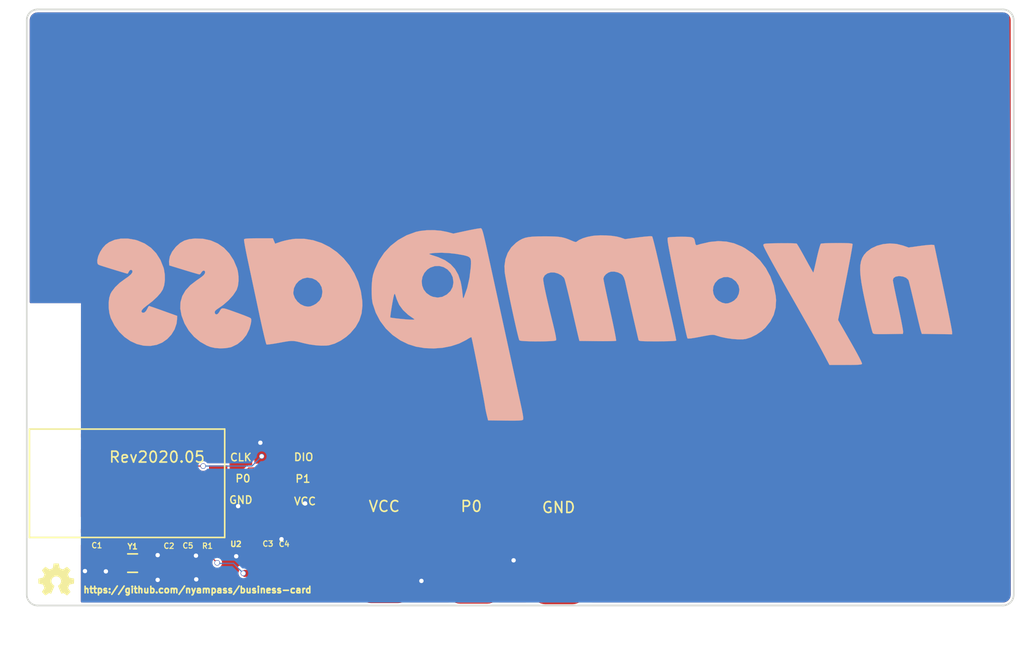
<source format=kicad_pcb>
(kicad_pcb (version 20171130) (host pcbnew 5.1.6-c6e7f7d~86~ubuntu18.04.1)

  (general
    (thickness 1.6)
    (drawings 19)
    (tracks 123)
    (zones 0)
    (modules 17)
    (nets 41)
  )

  (page A4)
  (title_block
    (title "HaLakeKit Lino")
    (date 2017-01-09)
    (rev 3.0)
    (company Nyampass.co.ltd.)
    (comment 1 http://nyampass.com)
  )

  (layers
    (0 F.Cu signal)
    (31 B.Cu signal)
    (32 B.Adhes user)
    (33 F.Adhes user)
    (34 B.Paste user)
    (35 F.Paste user)
    (36 B.SilkS user)
    (37 F.SilkS user)
    (38 B.Mask user)
    (39 F.Mask user)
    (40 Dwgs.User user)
    (41 Cmts.User user)
    (42 Eco1.User user)
    (43 Eco2.User user)
    (44 Edge.Cuts user)
    (45 Margin user)
    (46 B.CrtYd user)
    (47 F.CrtYd user)
    (48 B.Fab user)
    (49 F.Fab user)
  )

  (setup
    (last_trace_width 0.1)
    (trace_clearance 0.1)
    (zone_clearance 0.2)
    (zone_45_only yes)
    (trace_min 0.1)
    (via_size 0.5)
    (via_drill 0.4)
    (via_min_size 0.23)
    (via_min_drill 0.2)
    (uvia_size 0.3)
    (uvia_drill 0.1)
    (uvias_allowed no)
    (uvia_min_size 0.2)
    (uvia_min_drill 0.1)
    (edge_width 0.15)
    (segment_width 0.2)
    (pcb_text_width 0.3)
    (pcb_text_size 1.5 1.5)
    (mod_edge_width 0.15)
    (mod_text_size 1 1)
    (mod_text_width 0.15)
    (pad_size 3 4)
    (pad_drill 0)
    (pad_to_mask_clearance 0.2)
    (aux_axis_origin 0 0)
    (grid_origin 162.8394 95.6818)
    (visible_elements FFFFFF7F)
    (pcbplotparams
      (layerselection 0x010f0_80000001)
      (usegerberextensions true)
      (usegerberattributes true)
      (usegerberadvancedattributes true)
      (creategerberjobfile true)
      (excludeedgelayer true)
      (linewidth 0.100000)
      (plotframeref false)
      (viasonmask false)
      (mode 1)
      (useauxorigin false)
      (hpglpennumber 1)
      (hpglpenspeed 20)
      (hpglpendiameter 15.000000)
      (psnegative false)
      (psa4output false)
      (plotreference true)
      (plotvalue true)
      (plotinvisibletext false)
      (padsonsilk false)
      (subtractmaskfromsilk true)
      (outputformat 1)
      (mirror false)
      (drillshape 0)
      (scaleselection 1)
      (outputdirectory "plots/"))
  )

  (net 0 "")
  (net 1 VCC)
  (net 2 GND)
  (net 3 "Net-(U1-Pad22)")
  (net 4 "Net-(U1-Pad26)")
  (net 5 "Net-(U1-Pad30)")
  (net 6 "Net-(U1-Pad32)")
  (net 7 "Net-(U1-Pad33)")
  (net 8 "Net-(U1-Pad37)")
  (net 9 "Net-(U1-Pad38)")
  (net 10 "Net-(U1-Pad27)")
  (net 11 "Net-(U1-Pad34)")
  (net 12 "Net-(U1-Pad39)")
  (net 13 +3V3)
  (net 14 "Net-(C1-Pad1)")
  (net 15 "Net-(C2-Pad1)")
  (net 16 "Net-(C3-Pad1)")
  (net 17 SWDCLK)
  (net 18 SWDIO)
  (net 19 P0)
  (net 20 P1)
  (net 21 P2)
  (net 22 P3)
  (net 23 "Net-(R1-Pad2)")
  (net 24 P4)
  (net 25 "Net-(U1-Pad4)")
  (net 26 "Net-(U1-Pad5)")
  (net 27 "Net-(U1-Pad6)")
  (net 28 "Net-(U1-Pad7)")
  (net 29 "Net-(U1-Pad8)")
  (net 30 "Net-(U1-Pad11)")
  (net 31 "Net-(U1-Pad12)")
  (net 32 "Net-(U1-Pad15)")
  (net 33 "Net-(U1-Pad16)")
  (net 34 "Net-(U1-Pad23)")
  (net 35 "Net-(U1-Pad24)")
  (net 36 "Net-(U1-Pad28)")
  (net 37 "Net-(U1-Pad29)")
  (net 38 "Net-(U1-Pad31)")
  (net 39 "Net-(U1-Pad40)")
  (net 40 "Net-(U1-Pad41)")

  (net_class Default "This is the default net class."
    (clearance 0.1)
    (trace_width 0.1)
    (via_dia 0.5)
    (via_drill 0.4)
    (uvia_dia 0.3)
    (uvia_drill 0.1)
    (add_net "Net-(C1-Pad1)")
    (add_net "Net-(C2-Pad1)")
    (add_net "Net-(C3-Pad1)")
    (add_net "Net-(R1-Pad2)")
    (add_net "Net-(U1-Pad11)")
    (add_net "Net-(U1-Pad12)")
    (add_net "Net-(U1-Pad15)")
    (add_net "Net-(U1-Pad16)")
    (add_net "Net-(U1-Pad22)")
    (add_net "Net-(U1-Pad23)")
    (add_net "Net-(U1-Pad24)")
    (add_net "Net-(U1-Pad26)")
    (add_net "Net-(U1-Pad27)")
    (add_net "Net-(U1-Pad28)")
    (add_net "Net-(U1-Pad29)")
    (add_net "Net-(U1-Pad30)")
    (add_net "Net-(U1-Pad31)")
    (add_net "Net-(U1-Pad32)")
    (add_net "Net-(U1-Pad33)")
    (add_net "Net-(U1-Pad34)")
    (add_net "Net-(U1-Pad37)")
    (add_net "Net-(U1-Pad38)")
    (add_net "Net-(U1-Pad39)")
    (add_net "Net-(U1-Pad4)")
    (add_net "Net-(U1-Pad40)")
    (add_net "Net-(U1-Pad41)")
    (add_net "Net-(U1-Pad5)")
    (add_net "Net-(U1-Pad6)")
    (add_net "Net-(U1-Pad7)")
    (add_net "Net-(U1-Pad8)")
    (add_net P0)
    (add_net P1)
    (add_net P2)
    (add_net P3)
    (add_net P4)
    (add_net SWDCLK)
    (add_net SWDIO)
  )

  (net_class Power ""
    (clearance 0.1)
    (trace_width 0.2)
    (via_dia 0.5)
    (via_drill 0.4)
    (uvia_dia 0.3)
    (uvia_drill 0.1)
    (add_net +3V3)
    (add_net GND)
    (add_net VCC)
  )

  (module simple_headers:PinHeader_2x03_P2.00mm_Vertical (layer F.Cu) (tedit 5ECB4C81) (tstamp 5ECB6E56)
    (at 71.6644 91.2318)
    (descr "Through hole straight pin header, 2x03, 2.00mm pitch, double rows")
    (tags "Through hole pin header THT 2x03 2.00mm double row")
    (path /5ECBB48C)
    (fp_text reference J1 (at 1 -2.06) (layer F.SilkS) hide
      (effects (font (size 1 1) (thickness 0.15)))
    )
    (fp_text value Conn_01x06 (at 1 6.06) (layer F.Fab)
      (effects (font (size 1 1) (thickness 0.15)))
    )
    (fp_text user %R (at 1 2 90) (layer F.Fab)
      (effects (font (size 1 1) (thickness 0.15)))
    )
    (fp_line (start 3.5 -1.5) (end -1.5 -1.5) (layer F.CrtYd) (width 0.05))
    (fp_line (start 3.5 5.5) (end 3.5 -1.5) (layer F.CrtYd) (width 0.05))
    (fp_line (start -1.5 5.5) (end 3.5 5.5) (layer F.CrtYd) (width 0.05))
    (fp_line (start -1.5 -1.5) (end -1.5 5.5) (layer F.CrtYd) (width 0.05))
    (pad 1 connect rect (at 0 0) (size 1.35 1.35) (layers F.Cu F.Mask)
      (net 17 SWDCLK))
    (pad 2 connect oval (at 2 0) (size 1.35 1.35) (layers F.Cu F.Mask)
      (net 18 SWDIO))
    (pad 3 connect oval (at 0 2) (size 1.35 1.35) (layers F.Cu F.Mask)
      (net 19 P0))
    (pad 4 connect oval (at 2 2) (size 1.35 1.35) (layers F.Cu F.Mask)
      (net 20 P1))
    (pad 5 connect oval (at 0 4) (size 1.35 1.35) (layers F.Cu F.Mask)
      (net 2 GND))
    (pad 6 connect oval (at 2 4) (size 1.35 1.35) (layers F.Cu F.Mask)
      (net 1 VCC))
    (model ${KISYS3DMOD}/Connector_PinHeader_2.00mm.3dshapes/PinHeader_2x03_P2.00mm_Vertical.wrl
      (at (xyz 0 0 0))
      (scale (xyz 1 1 1))
      (rotate (xyz 0 0 0))
    )
  )

  (module simple_headers:corner_pad (layer F.Cu) (tedit 5ECB4B33) (tstamp 5ECBA83B)
    (at 99.0644 100.8818)
    (path /5ECD695E)
    (fp_text reference J4 (at 0 0.5) (layer F.SilkS) hide
      (effects (font (size 1 1) (thickness 0.15)))
    )
    (fp_text value Conn_01x01 (at 0 -0.5) (layer F.Fab)
      (effects (font (size 1 1) (thickness 0.15)))
    )
    (pad 1 connect roundrect (at 0 0) (size 5 8) (layers F.Cu F.Mask) (roundrect_rratio 0.25)
      (net 2 GND))
  )

  (module simple_headers:corner_pad (layer F.Cu) (tedit 5ECB4B33) (tstamp 5ECBA836)
    (at 91.2144 100.8318)
    (path /5ECD6735)
    (fp_text reference J3 (at 0 0.5) (layer F.SilkS) hide
      (effects (font (size 1 1) (thickness 0.15)))
    )
    (fp_text value Conn_01x01 (at 0 -0.5) (layer F.Fab)
      (effects (font (size 1 1) (thickness 0.15)))
    )
    (pad 1 connect roundrect (at 0 0) (size 5 8) (layers F.Cu F.Mask) (roundrect_rratio 0.25)
      (net 19 P0))
  )

  (module simple_headers:corner_pad (layer F.Cu) (tedit 5ECB4B33) (tstamp 5ECBA831)
    (at 82.9894 100.7818)
    (path /5ECD5A7A)
    (fp_text reference J2 (at 0 0.5) (layer F.SilkS) hide
      (effects (font (size 1 1) (thickness 0.15)))
    )
    (fp_text value Conn_01x01 (at 0 -0.5) (layer F.Fab)
      (effects (font (size 1 1) (thickness 0.15)))
    )
    (pad 1 connect roundrect (at 0 0) (size 5 8) (layers F.Cu F.Mask) (roundrect_rratio 0.25)
      (net 1 VCC))
  )

  (module logos:nyampass_logo_80x20mm (layer B.Cu) (tedit 0) (tstamp 5ECB7CFB)
    (at 95.8394 78.2318 180)
    (fp_text reference G*** (at 0 0) (layer B.SilkS) hide
      (effects (font (size 1.524 1.524) (thickness 0.3)) (justify mirror))
    )
    (fp_text value LOGO (at 0.75 0) (layer B.SilkS) hide
      (effects (font (size 1.524 1.524) (thickness 0.3)) (justify mirror))
    )
    (fp_poly (pts (xy 4.085614 8.03334) (xy 4.317818 7.998636) (xy 4.6377 7.941502) (xy 5.018302 7.866668)
      (xy 5.311761 7.805136) (xy 6.509061 7.547646) (xy 7.082673 7.702848) (xy 7.652222 7.813573)
      (xy 8.290303 7.865713) (xy 8.943338 7.859214) (xy 9.557753 7.794024) (xy 9.963998 7.705734)
      (xy 10.819582 7.391527) (xy 11.597973 6.958263) (xy 12.289996 6.415103) (xy 12.886479 5.771208)
      (xy 13.378248 5.035737) (xy 13.756129 4.217851) (xy 13.901538 3.773714) (xy 13.971475 3.423926)
      (xy 14.01794 2.976993) (xy 14.040228 2.479118) (xy 14.03763 1.976502) (xy 14.009443 1.515347)
      (xy 13.95496 1.141856) (xy 13.942573 1.088571) (xy 13.659446 0.248088) (xy 13.253074 -0.522429)
      (xy 12.732592 -1.212525) (xy 12.107135 -1.81175) (xy 11.385838 -2.30965) (xy 10.665438 -2.661213)
      (xy 9.934963 -2.890145) (xy 9.145824 -3.019861) (xy 8.326504 -3.052849) (xy 7.505484 -2.991595)
      (xy 6.711246 -2.838586) (xy 5.972274 -2.59631) (xy 5.317048 -2.267254) (xy 5.185874 -2.182727)
      (xy 5.003237 -2.071492) (xy 4.874061 -2.015241) (xy 4.836149 -2.01763) (xy 4.81237 -2.104235)
      (xy 4.76505 -2.315596) (xy 4.69769 -2.633867) (xy 4.613792 -3.041203) (xy 4.516859 -3.519757)
      (xy 4.410393 -4.051685) (xy 4.297897 -4.619141) (xy 4.182873 -5.204279) (xy 4.068823 -5.789254)
      (xy 3.959249 -6.356221) (xy 3.857653 -6.887333) (xy 3.767539 -7.364745) (xy 3.692408 -7.770613)
      (xy 3.635763 -8.087089) (xy 3.601106 -8.296329) (xy 3.594219 -8.345714) (xy 3.554927 -8.589819)
      (xy 3.492281 -8.90194) (xy 3.428074 -9.180286) (xy 3.302 -9.688286) (xy 1.733609 -9.707816)
      (xy 1.193791 -9.71277) (xy 0.782409 -9.711921) (xy 0.482844 -9.704475) (xy 0.278474 -9.689637)
      (xy 0.152681 -9.666612) (xy 0.088842 -9.634607) (xy 0.083549 -9.628942) (xy 0.061053 -9.554971)
      (xy 0.064861 -9.406871) (xy 0.09723 -9.169209) (xy 0.160416 -8.826558) (xy 0.256676 -8.363485)
      (xy 0.293323 -8.194268) (xy 0.404993 -7.681496) (xy 0.524456 -7.131651) (xy 0.640981 -6.594209)
      (xy 0.743835 -6.118649) (xy 0.795664 -5.878286) (xy 0.855335 -5.60216) (xy 0.941733 -5.203861)
      (xy 1.050587 -4.703007) (xy 1.177627 -4.119218) (xy 1.318581 -3.472115) (xy 1.469177 -2.781317)
      (xy 1.625146 -2.066444) (xy 1.743579 -1.524) (xy 1.925534 -0.690522) (xy 1.993423 -0.379331)
      (xy 10.102683 -0.379331) (xy 10.230042 -0.397081) (xy 10.493499 -0.392227) (xy 10.889438 -0.364891)
      (xy 11.414241 -0.315191) (xy 11.67664 -0.287192) (xy 11.957564 -0.253487) (xy 12.177637 -0.22164)
      (xy 12.301409 -0.196992) (xy 12.31553 -0.190946) (xy 12.315761 -0.112103) (xy 12.294382 0.078078)
      (xy 12.256479 0.348269) (xy 12.207135 0.66714) (xy 12.151437 1.003362) (xy 12.094468 1.325608)
      (xy 12.041315 1.602548) (xy 11.997062 1.802853) (xy 11.98417 1.850571) (xy 11.94929 1.959312)
      (xy 11.918942 1.997624) (xy 11.881389 1.948973) (xy 11.824895 1.796824) (xy 11.737722 1.524639)
      (xy 11.725665 1.48637) (xy 11.498625 0.972349) (xy 11.150119 0.496846) (xy 10.672202 0.050857)
      (xy 10.115041 -0.338859) (xy 10.102683 -0.379331) (xy 1.993423 -0.379331) (xy 2.126142 0.229027)
      (xy 2.337335 1.197631) (xy 2.551048 2.178273) (xy 2.759214 3.13394) (xy 2.953766 4.027616)
      (xy 3.106007 4.727451) (xy 4.879332 4.727451) (xy 4.897172 4.463143) (xy 5.021415 3.447242)
      (xy 5.226509 2.53716) (xy 5.516353 1.715651) (xy 5.520718 1.705429) (xy 5.566896 1.607413)
      (xy 5.598471 1.58617) (xy 5.622454 1.659624) (xy 5.645859 1.845699) (xy 5.668453 2.083044)
      (xy 5.710683 2.438033) (xy 5.769883 2.80602) (xy 5.820799 3.048895) (xy 6.496561 3.048895)
      (xy 6.570401 2.622767) (xy 6.773591 2.243677) (xy 7.09893 1.932263) (xy 7.109423 1.924929)
      (xy 7.526991 1.711338) (xy 7.955406 1.642407) (xy 8.396126 1.718039) (xy 8.645014 1.821579)
      (xy 8.995873 2.069135) (xy 9.242083 2.391557) (xy 9.383667 2.763162) (xy 9.420647 3.158266)
      (xy 9.353047 3.551186) (xy 9.18089 3.916238) (xy 8.904197 4.227739) (xy 8.642729 4.403143)
      (xy 8.228916 4.54639) (xy 7.808121 4.559297) (xy 7.405972 4.452957) (xy 7.048099 4.238461)
      (xy 6.760129 3.926902) (xy 6.567691 3.529372) (xy 6.559274 3.501421) (xy 6.496561 3.048895)
      (xy 5.820799 3.048895) (xy 5.833556 3.109746) (xy 5.836242 3.120336) (xy 6.052196 3.75332)
      (xy 6.354827 4.284118) (xy 6.754719 4.72315) (xy 7.262454 5.080835) (xy 7.888616 5.367592)
      (xy 8.236857 5.483859) (xy 8.474962 5.560497) (xy 8.656444 5.62791) (xy 8.733025 5.665897)
      (xy 8.694037 5.693355) (xy 8.538761 5.724391) (xy 8.295801 5.754042) (xy 8.152453 5.766637)
      (xy 7.580212 5.781604) (xy 6.92914 5.749733) (xy 6.25605 5.67582) (xy 5.617759 5.564665)
      (xy 5.528332 5.545031) (xy 5.23766 5.468268) (xy 5.043417 5.375542) (xy 4.92961 5.23944)
      (xy 4.880246 5.032547) (xy 4.879332 4.727451) (xy 3.106007 4.727451) (xy 3.126638 4.822285)
      (xy 3.151114 4.934857) (xy 3.314037 5.681951) (xy 3.450142 6.299311) (xy 3.562654 6.799199)
      (xy 3.654799 7.193881) (xy 3.729802 7.495621) (xy 3.79089 7.716683) (xy 3.841287 7.869332)
      (xy 3.88422 7.965831) (xy 3.922914 8.018444) (xy 3.960595 8.039437) (xy 3.968047 8.040884)
      (xy 4.085614 8.03334)) (layer B.SilkS) (width 0.01))
    (fp_poly (pts (xy -28.42742 6.672267) (xy -28.034606 6.664039) (xy -27.71318 6.651714) (xy -27.487198 6.636232)
      (xy -27.38072 6.618533) (xy -27.378493 6.617318) (xy -27.334595 6.531204) (xy -27.26729 6.326652)
      (xy -27.183216 6.027226) (xy -27.089012 5.656486) (xy -26.996981 5.263251) (xy -26.903429 4.850638)
      (xy -26.820268 4.490159) (xy -26.752825 4.204405) (xy -26.706431 4.015968) (xy -26.686619 3.947571)
      (xy -26.648077 4.002542) (xy -26.551056 4.16678) (xy -26.406017 4.421829) (xy -26.22342 4.74923)
      (xy -26.013726 5.130525) (xy -25.949462 5.248321) (xy -25.729662 5.647727) (xy -25.529328 6.003846)
      (xy -25.36001 6.29678) (xy -25.233256 6.506632) (xy -25.160618 6.613504) (xy -25.152189 6.621854)
      (xy -25.058617 6.63737) (xy -24.842926 6.649404) (xy -24.528106 6.657422) (xy -24.137151 6.660894)
      (xy -23.693053 6.659285) (xy -23.585714 6.658139) (xy -23.085956 6.65172) (xy -22.712544 6.644653)
      (xy -22.446686 6.634734) (xy -22.269594 6.619757) (xy -22.162478 6.597519) (xy -22.106548 6.565813)
      (xy -22.083015 6.522436) (xy -22.075321 6.480899) (xy -22.106474 6.377982) (xy -22.210586 6.153462)
      (xy -22.386077 5.810272) (xy -22.631363 5.351348) (xy -22.944864 4.779625) (xy -23.324998 4.09804)
      (xy -23.770185 3.309527) (xy -24.030222 2.852327) (xy -24.574033 1.898171) (xy -25.051537 1.059888)
      (xy -25.468439 0.327332) (xy -25.830438 -0.309647) (xy -26.143239 -0.861194) (xy -26.412543 -1.337459)
      (xy -26.644052 -1.748588) (xy -26.843468 -2.104729) (xy -27.016493 -2.41603) (xy -27.16883 -2.692638)
      (xy -27.30618 -2.944701) (xy -27.434246 -3.182366) (xy -27.55873 -3.415782) (xy -27.661764 -3.610429)
      (xy -28.169429 -4.572) (xy -29.653564 -4.572) (xy -30.165366 -4.570517) (xy -30.549814 -4.565236)
      (xy -30.824674 -4.554907) (xy -31.007711 -4.53828) (xy -31.116692 -4.514106) (xy -31.169382 -4.481137)
      (xy -31.178861 -4.464732) (xy -31.154437 -4.375004) (xy -31.063272 -4.174141) (xy -30.912568 -3.875902)
      (xy -30.709528 -3.494047) (xy -30.461356 -3.042335) (xy -30.175253 -2.534526) (xy -30.093426 -2.391311)
      (xy -28.966829 -0.425158) (xy -29.65434 3.02797) (xy -29.790525 3.71772) (xy -29.916225 4.365525)
      (xy -30.028843 4.957198) (xy -30.125783 5.478554) (xy -30.204446 5.915405) (xy -30.262237 6.253567)
      (xy -30.296559 6.478853) (xy -30.304815 6.577076) (xy -30.304346 6.578835) (xy -30.261819 6.614043)
      (xy -30.153928 6.6401) (xy -29.963978 6.658128) (xy -29.675273 6.669249) (xy -29.271118 6.674587)
      (xy -28.867563 6.67546) (xy -28.42742 6.672267)) (layer B.SilkS) (width 0.01))
    (fp_poly (pts (xy 30.869068 7.032561) (xy 31.305673 6.904552) (xy 31.683204 6.692056) (xy 32.040191 6.377995)
      (xy 32.106664 6.307824) (xy 32.442142 5.870477) (xy 32.648744 5.427468) (xy 32.720353 4.993084)
      (xy 32.716173 4.884134) (xy 32.693429 4.608286) (xy 31.350857 4.196819) (xy 30.928956 4.068633)
      (xy 30.551723 3.956132) (xy 30.242218 3.86602) (xy 30.023501 3.805005) (xy 29.918632 3.779793)
      (xy 29.916016 3.779533) (xy 29.821295 3.834136) (xy 29.741081 3.955143) (xy 29.637041 4.088887)
      (xy 29.514803 4.135638) (xy 29.419032 4.09076) (xy 29.391429 3.991428) (xy 29.418659 3.868355)
      (xy 29.511845 3.735706) (xy 29.688228 3.576829) (xy 29.965051 3.375076) (xy 30.177052 3.232754)
      (xy 30.758468 2.785985) (xy 31.199366 2.303503) (xy 31.500154 1.783802) (xy 31.661243 1.225377)
      (xy 31.683041 0.626722) (xy 31.565958 -0.013669) (xy 31.310403 -0.697303) (xy 31.269045 -0.785242)
      (xy 30.892302 -1.416088) (xy 30.412003 -1.973258) (xy 29.850038 -2.437084) (xy 29.228295 -2.787898)
      (xy 28.897313 -2.91628) (xy 28.476915 -3.008967) (xy 27.98994 -3.045023) (xy 27.497122 -3.02453)
      (xy 27.059193 -2.94757) (xy 26.948127 -2.913666) (xy 26.416277 -2.655441) (xy 25.956313 -2.281854)
      (xy 25.583248 -1.811078) (xy 25.312095 -1.261287) (xy 25.177404 -0.770122) (xy 25.138096 -0.512656)
      (xy 25.139363 -0.357373) (xy 25.18248 -0.266737) (xy 25.194898 -0.254286) (xy 25.291614 -0.202601)
      (xy 25.50191 -0.112759) (xy 25.80221 0.00591) (xy 26.168939 0.144077) (xy 26.558285 0.285219)
      (xy 27.007908 0.445782) (xy 27.341121 0.560964) (xy 27.579356 0.630835) (xy 27.744045 0.655467)
      (xy 27.856621 0.63493) (xy 27.938516 0.569296) (xy 28.011162 0.458636) (xy 28.095991 0.30302)
      (xy 28.102996 0.290342) (xy 28.233558 0.132916) (xy 28.367184 0.087647) (xy 28.470757 0.156654)
      (xy 28.50638 0.264523) (xy 28.474206 0.406072) (xy 28.321852 0.545346) (xy 28.278658 0.573101)
      (xy 27.723417 0.961169) (xy 27.227174 1.396001) (xy 26.815786 1.851729) (xy 26.515108 2.302489)
      (xy 26.477918 2.374616) (xy 26.364948 2.720717) (xy 26.309447 3.15266) (xy 26.312186 3.622677)
      (xy 26.373934 4.083003) (xy 26.446043 4.354286) (xy 26.756123 5.085835) (xy 27.160761 5.712896)
      (xy 27.652339 6.230104) (xy 28.223241 6.632096) (xy 28.865849 6.913504) (xy 29.572545 7.068966)
      (xy 30.334857 7.093164) (xy 30.869068 7.032561)) (layer B.SilkS) (width 0.01))
    (fp_poly (pts (xy 24.939767 7.109934) (xy 25.297082 7.102853) (xy 25.544881 7.08943) (xy 25.700953 7.06834)
      (xy 25.783089 7.038256) (xy 25.806055 7.011298) (xy 25.802216 6.914764) (xy 25.770835 6.697205)
      (xy 25.71564 6.379331) (xy 25.640361 5.98185) (xy 25.548725 5.525473) (xy 25.476167 5.178869)
      (xy 25.376504 4.710409) (xy 25.252627 4.127903) (xy 25.110473 3.459279) (xy 24.95598 2.73247)
      (xy 24.795083 1.975404) (xy 24.63372 1.216011) (xy 24.477827 0.482223) (xy 24.461929 0.407379)
      (xy 24.323504 -0.236713) (xy 24.191482 -0.836603) (xy 24.069364 -1.37742) (xy 23.96065 -1.844295)
      (xy 23.868838 -2.222357) (xy 23.797429 -2.496738) (xy 23.749923 -2.652566) (xy 23.734608 -2.682825)
      (xy 23.638239 -2.687404) (xy 23.426208 -2.666829) (xy 23.12513 -2.624629) (xy 22.761621 -2.564336)
      (xy 22.548925 -2.525533) (xy 22.099383 -2.442488) (xy 21.755883 -2.38743) (xy 21.481936 -2.360934)
      (xy 21.241053 -2.363576) (xy 20.996746 -2.395932) (xy 20.712526 -2.458576) (xy 20.351903 -2.552086)
      (xy 20.319456 -2.560706) (xy 19.795462 -2.675481) (xy 19.243681 -2.754091) (xy 18.708551 -2.792829)
      (xy 18.234508 -2.787987) (xy 17.965276 -2.757122) (xy 17.448156 -2.605784) (xy 16.910247 -2.342081)
      (xy 16.388328 -1.986884) (xy 15.995304 -1.639213) (xy 15.515393 -1.073774) (xy 15.173283 -0.470026)
      (xy 14.965179 0.182311) (xy 14.887287 0.893521) (xy 14.899715 1.329431) (xy 15.022068 2.177703)
      (xy 18.578286 2.177703) (xy 18.642078 1.742903) (xy 18.832978 1.377925) (xy 19.150277 1.083826)
      (xy 19.412857 0.936292) (xy 19.678499 0.833329) (xy 19.908731 0.806697) (xy 20.176644 0.851047)
      (xy 20.263318 0.874051) (xy 20.596732 1.030303) (xy 20.890946 1.2842) (xy 21.116469 1.59938)
      (xy 21.243809 1.939487) (xy 21.26143 2.104571) (xy 21.198351 2.515786) (xy 21.018786 2.882789)
      (xy 20.745605 3.181803) (xy 20.40168 3.389051) (xy 20.00988 3.480755) (xy 19.935396 3.483157)
      (xy 19.510607 3.41888) (xy 19.1415 3.238842) (xy 18.849108 2.963278) (xy 18.654465 2.612419)
      (xy 18.578605 2.2065) (xy 18.578286 2.177703) (xy 15.022068 2.177703) (xy 15.029666 2.230378)
      (xy 15.277647 3.08395) (xy 15.633034 3.88065) (xy 16.085204 4.610982) (xy 16.623535 5.265449)
      (xy 17.237404 5.834556) (xy 17.916188 6.308806) (xy 18.649264 6.678702) (xy 19.426008 6.934748)
      (xy 20.235799 7.067448) (xy 21.068014 7.067306) (xy 21.291828 7.04369) (xy 21.664642 6.982941)
      (xy 22.054605 6.898568) (xy 22.388499 6.806804) (xy 22.444517 6.788156) (xy 22.936177 6.617291)
      (xy 23.039528 6.864645) (xy 23.14288 7.112) (xy 24.455146 7.112) (xy 24.939767 7.109934)) (layer B.SilkS) (width 0.01))
    (fp_poly (pts (xy 37.150012 7.087635) (xy 37.730696 6.975418) (xy 38.240946 6.755209) (xy 38.563079 6.523868)
      (xy 38.839258 6.222702) (xy 39.074619 5.85785) (xy 39.245749 5.474688) (xy 39.329233 5.118595)
      (xy 39.333714 5.030327) (xy 39.32175 4.824076) (xy 39.26929 4.71209) (xy 39.151488 4.644337)
      (xy 39.139767 4.639812) (xy 39.002825 4.592682) (xy 38.766593 4.516339) (xy 38.45811 4.41906)
      (xy 38.104413 4.309124) (xy 37.732541 4.194807) (xy 37.369531 4.084387) (xy 37.042423 3.986142)
      (xy 36.778254 3.90835) (xy 36.604062 3.859288) (xy 36.547796 3.846286) (xy 36.48969 3.905862)
      (xy 36.430857 4.027714) (xy 36.330775 4.169776) (xy 36.204602 4.206223) (xy 36.100009 4.129651)
      (xy 36.092557 3.984443) (xy 36.221593 3.796991) (xy 36.485368 3.569287) (xy 36.758122 3.381283)
      (xy 37.265031 3.008835) (xy 37.688856 2.60368) (xy 38.006178 2.189939) (xy 38.123276 1.975193)
      (xy 38.233278 1.61493) (xy 38.285104 1.168595) (xy 38.279659 0.682692) (xy 38.217848 0.203722)
      (xy 38.100574 -0.221812) (xy 38.07949 -0.275181) (xy 37.741795 -0.936634) (xy 37.318393 -1.512938)
      (xy 36.824038 -1.995529) (xy 36.273484 -2.375845) (xy 35.681485 -2.645322) (xy 35.062797 -2.795396)
      (xy 34.432173 -2.817503) (xy 33.865975 -2.720739) (xy 33.346243 -2.507859) (xy 32.88377 -2.182568)
      (xy 32.497247 -1.768014) (xy 32.205364 -1.287344) (xy 32.026811 -0.763704) (xy 31.979269 -0.384136)
      (xy 31.967714 -0.04711) (xy 33.237714 0.4109) (xy 33.641484 0.555574) (xy 33.998091 0.681564)
      (xy 34.285175 0.781116) (xy 34.480375 0.846474) (xy 34.561169 0.869884) (xy 34.621709 0.810629)
      (xy 34.700738 0.663876) (xy 34.713213 0.635) (xy 34.851038 0.391538) (xy 35.007413 0.255216)
      (xy 35.159933 0.243603) (xy 35.262743 0.331507) (xy 35.234799 0.467754) (xy 35.07489 0.654305)
      (xy 34.7818 0.893117) (xy 34.737421 0.925525) (xy 34.23388 1.319538) (xy 33.811322 1.711149)
      (xy 33.487865 2.081994) (xy 33.293382 2.389056) (xy 33.162759 2.780557) (xy 33.100463 3.254069)
      (xy 33.108027 3.762743) (xy 33.186986 4.259728) (xy 33.227269 4.407617) (xy 33.510786 5.117591)
      (xy 33.896275 5.72723) (xy 34.379213 6.232106) (xy 34.955075 6.627792) (xy 35.619338 6.909859)
      (xy 35.85129 6.97577) (xy 36.517381 7.088779) (xy 37.150012 7.087635)) (layer B.SilkS) (width 0.01))
    (fp_poly (pts (xy -6.531089 7.360386) (xy -6.321166 7.335182) (xy -5.848856 7.242591) (xy -5.428466 7.115146)
      (xy -5.093778 6.964708) (xy -4.917702 6.842459) (xy -4.836222 6.785046) (xy -4.741221 6.775625)
      (xy -4.592514 6.819231) (xy -4.373416 6.910644) (xy -4.059452 7.040833) (xy -3.777839 7.138076)
      (xy -3.498278 7.207039) (xy -3.190468 7.252385) (xy -2.824109 7.27878) (xy -2.368901 7.290887)
      (xy -1.886857 7.293429) (xy -1.291135 7.287991) (xy -0.814682 7.267774) (xy -0.431898 7.226924)
      (xy -0.117183 7.159584) (xy 0.155061 7.0599) (xy 0.410436 6.922017) (xy 0.674539 6.740079)
      (xy 0.736568 6.693397) (xy 1.1661 6.277762) (xy 1.489919 5.773377) (xy 1.701216 5.197721)
      (xy 1.79318 4.568276) (xy 1.775154 4.027714) (xy 1.742214 3.796811) (xy 1.684303 3.460679)
      (xy 1.605276 3.037289) (xy 1.508985 2.544615) (xy 1.399286 2.00063) (xy 1.280032 1.423306)
      (xy 1.155077 0.830615) (xy 1.028275 0.240531) (xy 0.90348 -0.328974) (xy 0.784546 -0.859928)
      (xy 0.675327 -1.334357) (xy 0.579677 -1.734289) (xy 0.50145 -2.041751) (xy 0.4445 -2.23877)
      (xy 0.417385 -2.304143) (xy 0.321355 -2.335928) (xy 0.106067 -2.361482) (xy -0.202725 -2.38081)
      (xy -0.579272 -2.393918) (xy -0.99782 -2.400813) (xy -1.432619 -2.4015) (xy -1.857916 -2.395986)
      (xy -2.247961 -2.384276) (xy -2.577 -2.366376) (xy -2.819282 -2.342292) (xy -2.949057 -2.31203)
      (xy -2.961022 -2.303359) (xy -2.976209 -2.221294) (xy -2.958928 -2.042673) (xy -2.907302 -1.757537)
      (xy -2.819454 -1.355926) (xy -2.693505 -0.827883) (xy -2.648194 -0.644064) (xy -2.409401 0.330556)
      (xy -2.208174 1.176768) (xy -2.044894 1.892776) (xy -1.919942 2.476784) (xy -1.8337 2.926994)
      (xy -1.786547 3.241613) (xy -1.778866 3.418842) (xy -1.782083 3.437573) (xy -1.916609 3.689776)
      (xy -2.164557 3.871255) (xy -2.487527 3.964177) (xy -2.808014 3.956285) (xy -3.139842 3.863894)
      (xy -3.439109 3.707369) (xy -3.661913 3.507071) (xy -3.736224 3.385003) (xy -3.775607 3.260979)
      (xy -3.842371 3.0138) (xy -3.931961 2.661895) (xy -4.039819 2.223694) (xy -4.16139 1.717626)
      (xy -4.292117 1.162122) (xy -4.384731 0.762) (xy -4.519684 0.175874) (xy -4.648104 -0.38017)
      (xy -4.765404 -0.886401) (xy -4.866998 -1.323091) (xy -4.948299 -1.670508) (xy -5.004721 -1.908922)
      (xy -5.025787 -1.995714) (xy -5.116286 -2.358571) (xy -6.780404 -2.37811) (xy -7.258525 -2.381277)
      (xy -7.687989 -2.379459) (xy -8.047563 -2.373128) (xy -8.316015 -2.362754) (xy -8.472112 -2.348808)
      (xy -8.502263 -2.339908) (xy -8.499749 -2.258599) (xy -8.467928 -2.051411) (xy -8.409892 -1.733948)
      (xy -8.328734 -1.321812) (xy -8.227544 -0.830605) (xy -8.109415 -0.275931) (xy -7.977438 0.326609)
      (xy -7.944859 0.47297) (xy -7.808013 1.090141) (xy -7.681749 1.667789) (xy -7.569531 2.189454)
      (xy -7.474819 2.638678) (xy -7.401077 2.999) (xy -7.351765 3.253961) (xy -7.330346 3.387102)
      (xy -7.329714 3.397637) (xy -7.393066 3.591125) (xy -7.55665 3.786212) (xy -7.780753 3.945986)
      (xy -8.011121 4.030997) (xy -8.339888 4.039701) (xy -8.677262 3.962601) (xy -8.966894 3.816923)
      (xy -9.098763 3.698546) (xy -9.216334 3.495264) (xy -9.31782 3.204561) (xy -9.356917 3.037235)
      (xy -9.392099 2.868529) (xy -9.453623 2.586633) (xy -9.536885 2.211736) (xy -9.637278 1.764027)
      (xy -9.750199 1.263696) (xy -9.871042 0.73093) (xy -9.995201 0.185919) (xy -10.118071 -0.351149)
      (xy -10.235047 -0.860084) (xy -10.341524 -1.320699) (xy -10.432896 -1.712803) (xy -10.504558 -2.016209)
      (xy -10.551906 -2.210727) (xy -10.567051 -2.267857) (xy -10.589499 -2.308372) (xy -10.641033 -2.339279)
      (xy -10.739178 -2.36186) (xy -10.901455 -2.377398) (xy -11.145387 -2.387177) (xy -11.488497 -2.39248)
      (xy -11.948308 -2.39459) (xy -12.301465 -2.394857) (xy -12.837744 -2.391933) (xy -13.293865 -2.383565)
      (xy -13.654717 -2.370361) (xy -13.905189 -2.352928) (xy -14.030168 -2.331872) (xy -14.04091 -2.324974)
      (xy -14.034175 -2.241571) (xy -13.99721 -2.031895) (xy -13.933202 -1.710915) (xy -13.845336 -1.293603)
      (xy -13.736796 -0.794929) (xy -13.610768 -0.229864) (xy -13.470437 0.386623) (xy -13.388548 0.741169)
      (xy -13.220348 1.465957) (xy -13.045278 2.220754) (xy -12.869893 2.977274) (xy -12.700747 3.707231)
      (xy -12.544395 4.382339) (xy -12.40739 4.974311) (xy -12.296288 5.454861) (xy -12.290679 5.479143)
      (xy -12.176896 5.963515) (xy -12.070381 6.401537) (xy -11.976318 6.773104) (xy -11.899889 7.05811)
      (xy -11.846279 7.236448) (xy -11.824383 7.287885) (xy -11.728799 7.3041) (xy -11.505524 7.297816)
      (xy -11.170078 7.270129) (xy -10.737983 7.222132) (xy -10.540041 7.197296) (xy -9.319681 7.039681)
      (xy -8.911891 7.183007) (xy -8.547012 7.276333) (xy -8.082722 7.343306) (xy -7.562791 7.381352)
      (xy -7.03099 7.387903) (xy -6.531089 7.360386)) (layer B.SilkS) (width 0.01))
    (fp_poly (pts (xy -14.069309 7.251237) (xy -13.730976 7.238806) (xy -13.46851 7.220418) (xy -13.310744 7.197752)
      (xy -13.283325 7.187809) (xy -13.255915 7.151445) (xy -13.243459 7.075764) (xy -13.248059 6.946009)
      (xy -13.271814 6.747425) (xy -13.316826 6.465255) (xy -13.385195 6.084743) (xy -13.479022 5.591134)
      (xy -13.595692 4.993635) (xy -13.836397 3.774737) (xy -14.058908 2.657341) (xy -14.262308 1.645817)
      (xy -14.445683 0.744537) (xy -14.608118 -0.042126) (xy -14.748699 -0.7098) (xy -14.866512 -1.254114)
      (xy -14.96064 -1.670696) (xy -15.030171 -1.955173) (xy -15.074188 -2.103174) (xy -15.084673 -2.123416)
      (xy -15.190265 -2.140376) (xy -15.433254 -2.119436) (xy -15.811023 -2.060929) (xy -16.287297 -1.971849)
      (xy -16.716914 -1.888223) (xy -17.031119 -1.831947) (xy -17.256624 -1.800905) (xy -17.420139 -1.792984)
      (xy -17.548373 -1.806071) (xy -17.668037 -1.838051) (xy -17.726073 -1.857996) (xy -18.187879 -1.994495)
      (xy -18.70732 -2.102613) (xy -19.243496 -2.177609) (xy -19.755506 -2.214744) (xy -20.202452 -2.209276)
      (xy -20.465143 -2.175452) (xy -20.937198 -2.025352) (xy -21.432364 -1.776931) (xy -21.902264 -1.458187)
      (xy -22.262956 -1.134992) (xy -22.715933 -0.568597) (xy -23.031039 0.041759) (xy -23.209342 0.699353)
      (xy -23.251909 1.407464) (xy -23.220134 1.801722) (xy -23.105876 2.375304) (xy -19.868132 2.375304)
      (xy -19.814491 2.006857) (xy -19.650033 1.646652) (xy -19.386136 1.377203) (xy -19.122571 1.225734)
      (xy -18.83386 1.118204) (xy -18.58425 1.099226) (xy -18.30161 1.164112) (xy -18.280686 1.171017)
      (xy -17.920915 1.356904) (xy -17.65675 1.625155) (xy -17.491306 1.949268) (xy -17.427697 2.302739)
      (xy -17.469037 2.659064) (xy -17.618441 2.991741) (xy -17.879024 3.274264) (xy -18.022111 3.371441)
      (xy -18.415274 3.527709) (xy -18.806037 3.542168) (xy -19.178915 3.41756) (xy -19.518424 3.156627)
      (xy -19.573697 3.096647) (xy -19.791763 2.751672) (xy -19.868132 2.375304) (xy -23.105876 2.375304)
      (xy -23.037213 2.719991) (xy -22.730298 3.577051) (xy -22.306531 4.362496) (xy -21.773054 5.065925)
      (xy -21.137008 5.676934) (xy -20.405536 6.18512) (xy -20.09544 6.353447) (xy -19.396735 6.642419)
      (xy -18.68091 6.809553) (xy -17.933094 6.85532) (xy -17.138417 6.780191) (xy -16.282009 6.584638)
      (xy -15.95505 6.48463) (xy -15.87142 6.491396) (xy -15.816251 6.597174) (xy -15.785142 6.744073)
      (xy -15.747619 6.930569) (xy -15.693282 7.065366) (xy -15.600441 7.156811) (xy -15.447408 7.213248)
      (xy -15.212491 7.243025) (xy -14.874003 7.254486) (xy -14.454673 7.256032) (xy -14.069309 7.251237)) (layer B.SilkS) (width 0.01))
    (fp_poly (pts (xy -33.127999 6.580568) (xy -32.55291 6.42784) (xy -32.035602 6.186282) (xy -31.601154 5.861903)
      (xy -31.357134 5.585148) (xy -31.192757 5.308286) (xy -31.078491 4.99082) (xy -31.014157 4.617671)
      (xy -30.999578 4.173762) (xy -31.034574 3.644011) (xy -31.118966 3.013341) (xy -31.252576 2.266673)
      (xy -31.314154 1.959429) (xy -31.432163 1.395812) (xy -31.555582 0.827083) (xy -31.679702 0.27312)
      (xy -31.799811 -0.2462) (xy -31.9112 -0.710999) (xy -32.009159 -1.101401) (xy -32.088976 -1.397527)
      (xy -32.145941 -1.5795) (xy -32.161496 -1.616303) (xy -32.196132 -1.66141) (xy -32.259399 -1.69401)
      (xy -32.371452 -1.715643) (xy -32.552446 -1.727849) (xy -32.822534 -1.73217) (xy -33.201872 -1.730144)
      (xy -33.585832 -1.72516) (xy -34.943143 -1.705429) (xy -34.964573 -1.521742) (xy -34.954775 -1.406967)
      (xy -34.916811 -1.16947) (xy -34.854321 -0.828146) (xy -34.770943 -0.401889) (xy -34.670316 0.090408)
      (xy -34.55608 0.62985) (xy -34.503349 0.873115) (xy -34.383702 1.426263) (xy -34.274766 1.939528)
      (xy -34.180352 2.394181) (xy -34.104274 2.771495) (xy -34.050344 3.052741) (xy -34.022375 3.21919)
      (xy -34.019276 3.251081) (xy -34.081964 3.443789) (xy -34.265216 3.571199) (xy -34.556131 3.625056)
      (xy -34.605604 3.626263) (xy -34.9471 3.585671) (xy -35.232129 3.469875) (xy -35.425942 3.295706)
      (xy -35.472902 3.206194) (xy -35.507084 3.087547) (xy -35.568873 2.846982) (xy -35.653511 2.504066)
      (xy -35.756243 2.078369) (xy -35.872313 1.589461) (xy -35.996962 1.056911) (xy -36.031712 0.907143)
      (xy -36.158654 0.36246) (xy -36.278955 -0.147193) (xy -36.387712 -0.601546) (xy -36.480022 -0.98033)
      (xy -36.550982 -1.263275) (xy -36.595689 -1.430112) (xy -36.60223 -1.451429) (xy -36.685375 -1.705429)
      (xy -38.082116 -1.725139) (xy -39.478857 -1.744848) (xy -39.476382 -1.507424) (xy -39.461196 -1.392878)
      (xy -39.418446 -1.150309) (xy -39.350907 -0.79363) (xy -39.261354 -0.336757) (xy -39.15256 0.206398)
      (xy -39.027302 0.82192) (xy -38.888354 1.495896) (xy -38.73849 2.214412) (xy -38.654732 2.612571)
      (xy -37.835559 6.495143) (xy -37.623065 6.514923) (xy -37.473026 6.512476) (xy -37.213702 6.49172)
      (xy -36.879326 6.45599) (xy -36.504132 6.408621) (xy -36.43692 6.399396) (xy -35.463269 6.264089)
      (xy -34.949206 6.445706) (xy -34.351223 6.595509) (xy -33.735796 6.638461) (xy -33.127999 6.580568)) (layer B.SilkS) (width 0.01))
  )

  (module osh-logo:osh-logo-4p3mm (layer F.Cu) (tedit 0) (tstamp 58613B5B)
    (at 108.2294 108.8898)
    (fp_text reference G*** (at 0 0) (layer F.SilkS) hide
      (effects (font (size 1.524 1.524) (thickness 0.3)))
    )
    (fp_text value LOGO (at 0.75 0) (layer F.SilkS) hide
      (effects (font (size 1.524 1.524) (thickness 0.3)))
    )
  )

  (module osh-logo:osh-logo-4p3mm (layer F.Cu) (tedit 0) (tstamp 5862DA63)
    (at 105.4354 107.3658)
    (fp_text reference G*** (at 0 0) (layer F.SilkS) hide
      (effects (font (size 1.524 1.524) (thickness 0.3)))
    )
    (fp_text value LOGO (at 0.75 0) (layer F.SilkS) hide
      (effects (font (size 1.524 1.524) (thickness 0.3)))
    )
  )

  (module osh-logo:osh-logo-3p4mm (layer F.Cu) (tedit 0) (tstamp 58647D6C)
    (at 52.7144 102.6068)
    (fp_text reference G*** (at 0 0) (layer F.SilkS) hide
      (effects (font (size 1.524 1.524) (thickness 0.3)))
    )
    (fp_text value LOGO (at 0.75 0) (layer F.SilkS) hide
      (effects (font (size 1.524 1.524) (thickness 0.3)))
    )
    (fp_poly (pts (xy 0.275625 -1.278283) (xy 0.28777 -1.213229) (xy 0.299235 -1.154924) (xy 0.309227 -1.107164)
      (xy 0.316955 -1.073748) (xy 0.321479 -1.058739) (xy 0.334974 -1.047928) (xy 0.364634 -1.031911)
      (xy 0.405827 -1.012571) (xy 0.453918 -0.991794) (xy 0.504273 -0.971462) (xy 0.552259 -0.953459)
      (xy 0.593242 -0.939671) (xy 0.622588 -0.931979) (xy 0.634528 -0.931465) (xy 0.648514 -0.939502)
      (xy 0.677391 -0.957992) (xy 0.717907 -0.984788) (xy 0.766812 -1.017745) (xy 0.814003 -1.049997)
      (xy 0.867479 -1.086534) (xy 0.915302 -1.118756) (xy 0.954253 -1.144529) (xy 0.981112 -1.161719)
      (xy 0.992188 -1.168053) (xy 1.004331 -1.162411) (xy 1.028606 -1.143465) (xy 1.062105 -1.11409)
      (xy 1.101921 -1.077157) (xy 1.145148 -1.03554) (xy 1.188877 -0.992112) (xy 1.230202 -0.949745)
      (xy 1.266215 -0.911314) (xy 1.294009 -0.87969) (xy 1.310678 -0.857747) (xy 1.314174 -0.849856)
      (xy 1.30818 -0.835579) (xy 1.291517 -0.806387) (xy 1.266162 -0.76547) (xy 1.23409 -0.716022)
      (xy 1.198218 -0.662609) (xy 1.161555 -0.608182) (xy 1.12966 -0.559476) (xy 1.104502 -0.519609)
      (xy 1.088047 -0.491696) (xy 1.082261 -0.478927) (xy 1.086511 -0.463964) (xy 1.097947 -0.433512)
      (xy 1.114592 -0.392184) (xy 1.134475 -0.344589) (xy 1.155619 -0.295339) (xy 1.176053 -0.249044)
      (xy 1.1938 -0.210315) (xy 1.206888 -0.183762) (xy 1.212629 -0.174432) (xy 1.224679 -0.170659)
      (xy 1.254359 -0.163635) (xy 1.297591 -0.154178) (xy 1.350297 -0.143108) (xy 1.408397 -0.131244)
      (xy 1.467815 -0.119404) (xy 1.524471 -0.108407) (xy 1.574288 -0.099072) (xy 1.613185 -0.092218)
      (xy 1.637087 -0.088664) (xy 1.641401 -0.088348) (xy 1.643715 -0.077972) (xy 1.645264 -0.049478)
      (xy 1.64611 -0.006822) (xy 1.646312 0.046041) (xy 1.64593 0.105158) (xy 1.645023 0.166573)
      (xy 1.643652 0.226331) (xy 1.641875 0.280478) (xy 1.639753 0.325059) (xy 1.637345 0.35612)
      (xy 1.634712 0.369706) (xy 1.63448 0.369929) (xy 1.620515 0.374079) (xy 1.588527 0.381411)
      (xy 1.542222 0.391144) (xy 1.485306 0.402495) (xy 1.429355 0.413208) (xy 1.364876 0.426013)
      (xy 1.308077 0.438601) (xy 1.26264 0.450055) (xy 1.232244 0.459459) (xy 1.221087 0.46504)
      (xy 1.212051 0.480596) (xy 1.197318 0.512066) (xy 1.178783 0.554756) (xy 1.158336 0.603971)
      (xy 1.137872 0.655013) (xy 1.119282 0.703188) (xy 1.104459 0.743801) (xy 1.095296 0.772154)
      (xy 1.093263 0.782171) (xy 1.099295 0.795653) (xy 1.116001 0.823962) (xy 1.141335 0.863866)
      (xy 1.173256 0.912133) (xy 1.203739 0.956883) (xy 1.239683 1.010002) (xy 1.270735 1.057845)
      (xy 1.29484 1.097085) (xy 1.309945 1.124397) (xy 1.314174 1.135643) (xy 1.306729 1.14804)
      (xy 1.286335 1.172761) (xy 1.2559 1.206816) (xy 1.218336 1.247211) (xy 1.176551 1.290955)
      (xy 1.133455 1.335056) (xy 1.091959 1.376522) (xy 1.054972 1.41236) (xy 1.025403 1.439578)
      (xy 1.006163 1.455185) (xy 1.000935 1.457739) (xy 0.989182 1.451779) (xy 0.962489 1.435276)
      (xy 0.924049 1.410296) (xy 0.877055 1.378906) (xy 0.838293 1.35252) (xy 0.786184 1.317082)
      (xy 0.739484 1.285899) (xy 0.701621 1.261216) (xy 0.676023 1.245275) (xy 0.66714 1.240483)
      (xy 0.648945 1.241741) (xy 0.617469 1.251497) (xy 0.578887 1.26779) (xy 0.574261 1.27)
      (xy 0.536074 1.286809) (xy 0.504354 1.297758) (xy 0.485199 1.300793) (xy 0.483815 1.30045)
      (xy 0.47719 1.289714) (xy 0.463348 1.261404) (xy 0.443505 1.218358) (xy 0.418877 1.163415)
      (xy 0.390678 1.099416) (xy 0.360126 1.029199) (xy 0.328435 0.955604) (xy 0.296821 0.881469)
      (xy 0.2665 0.809635) (xy 0.238687 0.74294) (xy 0.214598 0.684224) (xy 0.195449 0.636325)
      (xy 0.182455 0.602084) (xy 0.176831 0.584339) (xy 0.176696 0.583135) (xy 0.184969 0.57395)
      (xy 0.20706 0.555233) (xy 0.238877 0.53038) (xy 0.253573 0.51936) (xy 0.330537 0.450235)
      (xy 0.389124 0.372168) (xy 0.429154 0.287651) (xy 0.450447 0.199175) (xy 0.452823 0.109232)
      (xy 0.436104 0.020313) (xy 0.400108 -0.065091) (xy 0.344658 -0.144487) (xy 0.304421 -0.185968)
      (xy 0.22826 -0.242614) (xy 0.146448 -0.279805) (xy 0.061448 -0.298628) (xy -0.024274 -0.300171)
      (xy -0.108256 -0.285522) (xy -0.188033 -0.255767) (xy -0.261141 -0.211994) (xy -0.325116 -0.15529)
      (xy -0.377494 -0.086743) (xy -0.415811 -0.007439) (xy -0.437602 0.081534) (xy -0.441739 0.143289)
      (xy -0.431299 0.242212) (xy -0.400193 0.333644) (xy -0.348741 0.416983) (xy -0.277263 0.491624)
      (xy -0.242529 0.51936) (xy -0.207941 0.545731) (xy -0.181424 0.567338) (xy -0.167071 0.580786)
      (xy -0.165652 0.583135) (xy -0.169854 0.597753) (xy -0.181647 0.629358) (xy -0.199817 0.675111)
      (xy -0.223145 0.732172) (xy -0.250415 0.797702) (xy -0.280411 0.868862) (xy -0.311915 0.942812)
      (xy -0.343712 1.016714) (xy -0.374584 1.087727) (xy -0.403315 1.153012) (xy -0.428689 1.209731)
      (xy -0.449487 1.255043) (xy -0.464495 1.286109) (xy -0.472495 1.300091) (xy -0.473076 1.300567)
      (xy -0.489823 1.298762) (xy -0.520157 1.288581) (xy -0.558196 1.27208) (xy -0.56738 1.267625)
      (xy -0.646043 1.228681) (xy -0.813446 1.34321) (xy -0.867123 1.379597) (xy -0.914703 1.411215)
      (xy -0.953142 1.436092) (xy -0.979391 1.452254) (xy -0.99029 1.457739) (xy -1.000664 1.450268)
      (xy -1.023989 1.429454) (xy -1.057724 1.397694) (xy -1.099326 1.357387) (xy -1.146253 1.31093)
      (xy -1.15143 1.305748) (xy -1.198454 1.257723) (xy -1.239547 1.214016) (xy -1.272291 1.17734)
      (xy -1.294271 1.150412) (xy -1.303068 1.135945) (xy -1.30313 1.135352) (xy -1.297091 1.120609)
      (xy -1.280342 1.09116) (xy -1.254938 1.050322) (xy -1.222933 1.001415) (xy -1.192695 0.956883)
      (xy -1.156814 0.904082) (xy -1.125798 0.856922) (xy -1.101691 0.818635) (xy -1.086536 0.792454)
      (xy -1.08222 0.782171) (xy -1.086318 0.765138) (xy -1.097396 0.732573) (xy -1.11356 0.689173)
      (xy -1.132918 0.639633) (xy -1.153577 0.588649) (xy -1.173644 0.540916) (xy -1.191227 0.50113)
      (xy -1.204434 0.473986) (xy -1.210043 0.46504) (xy -1.225203 0.458026) (xy -1.258452 0.448203)
      (xy -1.306109 0.436488) (xy -1.364493 0.423798) (xy -1.418311 0.413208) (xy -1.481503 0.401079)
      (xy -1.537345 0.389879) (xy -1.582134 0.380393) (xy -1.612162 0.3734) (xy -1.623436 0.369929)
      (xy -1.626086 0.358011) (xy -1.628515 0.328282) (xy -1.630663 0.284696) (xy -1.632472 0.231209)
      (xy -1.63388 0.171774) (xy -1.634829 0.110346) (xy -1.635258 0.050881) (xy -1.635108 -0.002668)
      (xy -1.634319 -0.046346) (xy -1.632831 -0.076198) (xy -1.630585 -0.088269) (xy -1.630358 -0.088348)
      (xy -1.613257 -0.090427) (xy -1.579603 -0.096118) (xy -1.533473 -0.104603) (xy -1.478947 -0.115062)
      (xy -1.420102 -0.126677) (xy -1.361017 -0.138628) (xy -1.305771 -0.150098) (xy -1.258441 -0.160267)
      (xy -1.223106 -0.168317) (xy -1.203845 -0.173428) (xy -1.201585 -0.174432) (xy -1.193564 -0.18813)
      (xy -1.179327 -0.217641) (xy -1.160847 -0.258354) (xy -1.140099 -0.305658) (xy -1.119056 -0.354943)
      (xy -1.099694 -0.401597) (xy -1.083985 -0.441011) (xy -1.073904 -0.468573) (xy -1.071217 -0.478927)
      (xy -1.077192 -0.492041) (xy -1.093806 -0.520175) (xy -1.11909 -0.560212) (xy -1.151079 -0.609037)
      (xy -1.187174 -0.662609) (xy -1.223892 -0.717304) (xy -1.255824 -0.766582) (xy -1.280991 -0.807251)
      (xy -1.297418 -0.836118) (xy -1.30313 -0.849856) (xy -1.295617 -0.863639) (xy -1.275015 -0.889042)
      (xy -1.244231 -0.923192) (xy -1.206174 -0.963217) (xy -1.163749 -1.006244) (xy -1.119864 -1.049398)
      (xy -1.077427 -1.089809) (xy -1.039344 -1.124601) (xy -1.008523 -1.150903) (xy -0.987871 -1.165842)
      (xy -0.981144 -1.168053) (xy -0.967591 -1.16018) (xy -0.939111 -1.141848) (xy -0.898926 -1.115189)
      (xy -0.850255 -1.082337) (xy -0.80296 -1.049997) (xy -0.749375 -1.013408) (xy -0.701332 -0.981097)
      (xy -0.662079 -0.955211) (xy -0.634868 -0.937898) (xy -0.623484 -0.931465) (xy -0.606679 -0.932972)
      (xy -0.574558 -0.942073) (xy -0.531754 -0.956884) (xy -0.482901 -0.97552) (xy -0.432633 -0.996098)
      (xy -0.385584 -1.016733) (xy -0.346387 -1.035543) (xy -0.319677 -1.050642) (xy -0.310435 -1.058739)
      (xy -0.3056 -1.074982) (xy -0.297744 -1.109182) (xy -0.287662 -1.157542) (xy -0.276145 -1.216263)
      (xy -0.264581 -1.278283) (xy -0.227912 -1.479826) (xy 0.238956 -1.479826) (xy 0.275625 -1.278283)) (layer F.SilkS) (width 0.01))
  )

  (module register_and_condensor:C_0603 (layer F.Cu) (tedit 58738D4B) (tstamp 587353D1)
    (at 56.4594 101.0878 270)
    (descr "Capacitor SMD 0603, reflow soldering, AVX (see smccp.pdf)")
    (tags "capacitor 0603")
    (path /587053DF)
    (attr smd)
    (fp_text reference C1 (at -1.631 -0.005 180) (layer F.SilkS)
      (effects (font (size 0.5 0.5) (thickness 0.1)))
    )
    (fp_text value 12pf (at -1.4478 0.3556 180) (layer F.Fab)
      (effects (font (size 0.5 0.5) (thickness 0.125)))
    )
    (fp_line (start 1.45 -0.75) (end 1.45 0.75) (layer F.CrtYd) (width 0.05))
    (fp_line (start -1.45 -0.75) (end -1.45 0.75) (layer F.CrtYd) (width 0.05))
    (fp_line (start -1.45 0.75) (end 1.45 0.75) (layer F.CrtYd) (width 0.05))
    (fp_line (start -1.45 -0.75) (end 1.45 -0.75) (layer F.CrtYd) (width 0.05))
    (pad 1 smd rect (at -0.75 0 270) (size 0.8 0.75) (layers F.Cu F.Paste F.Mask)
      (net 14 "Net-(C1-Pad1)"))
    (pad 2 smd rect (at 0.75 0 270) (size 0.8 0.75) (layers F.Cu F.Paste F.Mask)
      (net 2 GND))
    (model Capacitors_SMD.3dshapes/C_0603.wrl
      (at (xyz 0 0 0))
      (scale (xyz 1 1 1))
      (rotate (xyz 0 0 0))
    )
  )

  (module register_and_condensor:C_0603 (layer F.Cu) (tedit 58738D3E) (tstamp 587353D7)
    (at 63.0634 101.0878 90)
    (descr "Capacitor SMD 0603, reflow soldering, AVX (see smccp.pdf)")
    (tags "capacitor 0603")
    (path /5870542C)
    (attr smd)
    (fp_text reference C2 (at 1.581 0.051) (layer F.SilkS)
      (effects (font (size 0.5 0.5) (thickness 0.1)))
    )
    (fp_text value 12pf (at 1.524 -0.254) (layer F.Fab)
      (effects (font (size 0.5 0.5) (thickness 0.125)))
    )
    (fp_line (start 1.45 -0.75) (end 1.45 0.75) (layer F.CrtYd) (width 0.05))
    (fp_line (start -1.45 -0.75) (end -1.45 0.75) (layer F.CrtYd) (width 0.05))
    (fp_line (start -1.45 0.75) (end 1.45 0.75) (layer F.CrtYd) (width 0.05))
    (fp_line (start -1.45 -0.75) (end 1.45 -0.75) (layer F.CrtYd) (width 0.05))
    (pad 1 smd rect (at -0.75 0 90) (size 0.8 0.75) (layers F.Cu F.Paste F.Mask)
      (net 15 "Net-(C2-Pad1)"))
    (pad 2 smd rect (at 0.75 0 90) (size 0.8 0.75) (layers F.Cu F.Paste F.Mask)
      (net 2 GND))
    (model Capacitors_SMD.3dshapes/C_0603.wrl
      (at (xyz 0 0 0))
      (scale (xyz 1 1 1))
      (rotate (xyz 0 0 0))
    )
  )

  (module register_and_condensor:C_0603 (layer F.Cu) (tedit 58738D15) (tstamp 587353DD)
    (at 72.2074 101.0878 270)
    (descr "Capacitor SMD 0603, reflow soldering, AVX (see smccp.pdf)")
    (tags "capacitor 0603")
    (path /58733521)
    (attr smd)
    (fp_text reference C3 (at -1.781 -0.032 180) (layer F.SilkS)
      (effects (font (size 0.5 0.5) (thickness 0.1)))
    )
    (fp_text value 0.01uf (at -1.8034 0.7112 180) (layer F.Fab)
      (effects (font (size 0.5 0.5) (thickness 0.125)))
    )
    (fp_line (start 1.45 -0.75) (end 1.45 0.75) (layer F.CrtYd) (width 0.05))
    (fp_line (start -1.45 -0.75) (end -1.45 0.75) (layer F.CrtYd) (width 0.05))
    (fp_line (start -1.45 0.75) (end 1.45 0.75) (layer F.CrtYd) (width 0.05))
    (fp_line (start -1.45 -0.75) (end 1.45 -0.75) (layer F.CrtYd) (width 0.05))
    (pad 1 smd rect (at -0.75 0 270) (size 0.8 0.75) (layers F.Cu F.Paste F.Mask)
      (net 16 "Net-(C3-Pad1)"))
    (pad 2 smd rect (at 0.75 0 270) (size 0.8 0.75) (layers F.Cu F.Paste F.Mask)
      (net 2 GND))
    (model Capacitors_SMD.3dshapes/C_0603.wrl
      (at (xyz 0 0 0))
      (scale (xyz 1 1 1))
      (rotate (xyz 0 0 0))
    )
  )

  (module register_and_condensor:C_0603 (layer F.Cu) (tedit 58738D36) (tstamp 587353E9)
    (at 64.8414 101.0878 90)
    (descr "Capacitor SMD 0603, reflow soldering, AVX (see smccp.pdf)")
    (tags "capacitor 0603")
    (path /58706564)
    (attr smd)
    (fp_text reference C5 (at 1.606 0.023) (layer F.SilkS)
      (effects (font (size 0.5 0.5) (thickness 0.1)))
    )
    (fp_text value 0.1uf1 (at 1.0668 -0.127) (layer F.Fab)
      (effects (font (size 0.5 0.5) (thickness 0.125)))
    )
    (fp_line (start 1.45 -0.75) (end 1.45 0.75) (layer F.CrtYd) (width 0.05))
    (fp_line (start -1.45 -0.75) (end -1.45 0.75) (layer F.CrtYd) (width 0.05))
    (fp_line (start -1.45 0.75) (end 1.45 0.75) (layer F.CrtYd) (width 0.05))
    (fp_line (start -1.45 -0.75) (end 1.45 -0.75) (layer F.CrtYd) (width 0.05))
    (pad 1 smd rect (at -0.75 0 90) (size 0.8 0.75) (layers F.Cu F.Paste F.Mask)
      (net 1 VCC))
    (pad 2 smd rect (at 0.75 0 90) (size 0.8 0.75) (layers F.Cu F.Paste F.Mask)
      (net 2 GND))
    (model Capacitors_SMD.3dshapes/C_0603.wrl
      (at (xyz 0 0 0))
      (scale (xyz 1 1 1))
      (rotate (xyz 0 0 0))
    )
  )

  (module register_and_condensor:R_0603 (layer F.Cu) (tedit 58738D23) (tstamp 587353EF)
    (at 66.6194 101.0878 90)
    (descr "Resistor SMD 0603, reflow soldering, Vishay (see dcrcw.pdf)")
    (tags "resistor 0603")
    (path /58733303)
    (attr smd)
    (fp_text reference R1 (at 1.581 0.045) (layer F.SilkS)
      (effects (font (size 0.5 0.5) (thickness 0.1)))
    )
    (fp_text value 1K (at 1.778 -0.254) (layer F.Fab)
      (effects (font (size 0.5 0.5) (thickness 0.125)))
    )
    (fp_line (start 1.3 -0.8) (end 1.3 0.8) (layer F.CrtYd) (width 0.05))
    (fp_line (start -1.3 -0.8) (end -1.3 0.8) (layer F.CrtYd) (width 0.05))
    (fp_line (start -1.3 0.8) (end 1.3 0.8) (layer F.CrtYd) (width 0.05))
    (fp_line (start -1.3 -0.8) (end 1.3 -0.8) (layer F.CrtYd) (width 0.05))
    (pad 1 smd rect (at -0.75 0 90) (size 0.5 0.9) (layers F.Cu F.Paste F.Mask)
      (net 1 VCC))
    (pad 2 smd rect (at 0.75 0 90) (size 0.5 0.9) (layers F.Cu F.Paste F.Mask)
      (net 23 "Net-(R1-Pad2)"))
    (model Resistors_SMD.3dshapes/R_0603.wrl
      (at (xyz 0 0 0))
      (scale (xyz 1 1 1))
      (rotate (xyz 0 0 0))
    )
  )

  (module MDBT40:MDBT40 (layer F.Cu) (tedit 58734F83) (tstamp 58735423)
    (at 59.2534 93.7218 90)
    (path /587049AE)
    (fp_text reference U1 (at -3 -10 270) (layer F.SilkS) hide
      (effects (font (size 1 1) (thickness 0.15)))
    )
    (fp_text value MDBT40 (at 0 0 270) (layer F.Fab) hide
      (effects (font (size 1 1) (thickness 0.15)))
    )
    (fp_line (start 5 -9) (end -5 -9) (layer F.SilkS) (width 0.15))
    (fp_line (start 5 9) (end 5 -9) (layer F.SilkS) (width 0.15))
    (fp_line (start -5 9) (end 5 9) (layer F.SilkS) (width 0.15))
    (fp_line (start -5 -9) (end -5 9) (layer F.SilkS) (width 0.15))
    (pad 1 smd rect (at -5 -4 90) (size 1.7 0.5) (drill (offset 0.6 0)) (layers F.Cu F.Paste F.Mask)
      (net 2 GND))
    (pad 2 smd rect (at -5 -3.3 90) (size 1.7 0.5) (drill (offset 0.6 0)) (layers F.Cu F.Paste F.Mask)
      (net 2 GND))
    (pad 3 smd rect (at -5 0.9 90) (size 1.7 0.5) (drill (offset 0.6 0)) (layers F.Cu F.Paste F.Mask)
      (net 13 +3V3))
    (pad 4 smd rect (at -5 1.6 90) (size 1.7 0.5) (drill (offset 0.6 0)) (layers F.Cu F.Paste F.Mask)
      (net 25 "Net-(U1-Pad4)"))
    (pad 5 smd rect (at -5 2.3 90) (size 1.7 0.5) (drill (offset 0.6 0)) (layers F.Cu F.Paste F.Mask)
      (net 26 "Net-(U1-Pad5)"))
    (pad 6 smd rect (at -5 3 90) (size 1.7 0.5) (drill (offset 0.6 0)) (layers F.Cu F.Paste F.Mask)
      (net 27 "Net-(U1-Pad6)"))
    (pad 7 smd rect (at -5 3.7 90) (size 1.7 0.5) (drill (offset 0.6 0)) (layers F.Cu F.Paste F.Mask)
      (net 28 "Net-(U1-Pad7)"))
    (pad 8 smd rect (at -5 4.4 90) (size 1.7 0.5) (drill (offset 0.6 0)) (layers F.Cu F.Paste F.Mask)
      (net 29 "Net-(U1-Pad8)"))
    (pad 9 smd rect (at -5 5.1 90) (size 1.7 0.5) (drill (offset 0.6 0)) (layers F.Cu F.Paste F.Mask)
      (net 14 "Net-(C1-Pad1)"))
    (pad 10 smd rect (at -5 5.8 90) (size 1.7 0.5) (drill (offset 0.6 0)) (layers F.Cu F.Paste F.Mask)
      (net 15 "Net-(C2-Pad1)"))
    (pad 11 smd rect (at -5 6.5 90) (size 1.7 0.5) (drill (offset 0.6 0)) (layers F.Cu F.Paste F.Mask)
      (net 30 "Net-(U1-Pad11)"))
    (pad 12 smd rect (at -5 7.2 90) (size 1.7 0.5) (drill (offset 0.6 0)) (layers F.Cu F.Paste F.Mask)
      (net 31 "Net-(U1-Pad12)"))
    (pad 13 smd rect (at -4.2 9 180) (size 1.5 0.5) (drill (offset 0.5 0)) (layers F.Cu F.Paste F.Mask)
      (net 2 GND))
    (pad 14 smd rect (at -3.5 9 180) (size 1.5 0.5) (drill (offset 0.5 0)) (layers F.Cu F.Paste F.Mask)
      (net 13 +3V3))
    (pad 15 smd rect (at -2.8 9 180) (size 1.7 0.5) (drill (offset 0.6 0)) (layers F.Cu F.Paste F.Mask)
      (net 32 "Net-(U1-Pad15)"))
    (pad 16 smd rect (at -2.1 9 180) (size 1.7 0.5) (drill (offset 0.6 0)) (layers F.Cu F.Paste F.Mask)
      (net 33 "Net-(U1-Pad16)"))
    (pad 17 smd rect (at -1.4 9 180) (size 1.7 0.5) (drill (offset 0.6 0)) (layers F.Cu F.Paste F.Mask)
      (net 19 P0))
    (pad 18 smd rect (at -0.7 9 180) (size 1.7 0.5) (drill (offset 0.6 0)) (layers F.Cu F.Paste F.Mask)
      (net 20 P1))
    (pad 19 smd rect (at 0 9 180) (size 1.7 0.5) (drill (offset 0.6 0)) (layers F.Cu F.Paste F.Mask)
      (net 21 P2))
    (pad 20 smd rect (at 0.7 9 180) (size 1.7 0.5) (drill (offset 0.6 0)) (layers F.Cu F.Paste F.Mask)
      (net 22 P3))
    (pad 21 smd rect (at 1.4 9 180) (size 1.7 0.5) (drill (offset 0.6 0)) (layers F.Cu F.Paste F.Mask)
      (net 24 P4))
    (pad 22 smd rect (at 2.1 9 180) (size 1.7 0.5) (drill (offset 0.6 0)) (layers F.Cu F.Paste F.Mask)
      (net 3 "Net-(U1-Pad22)"))
    (pad 23 smd rect (at 2.8 9 180) (size 1.7 0.5) (drill (offset 0.6 0)) (layers F.Cu F.Paste F.Mask)
      (net 34 "Net-(U1-Pad23)"))
    (pad 24 smd rect (at 3.5 9 180) (size 1.5 0.5) (drill (offset 0.5 0)) (layers F.Cu F.Paste F.Mask)
      (net 35 "Net-(U1-Pad24)"))
    (pad 25 smd rect (at 4.2 9 180) (size 1.5 0.5) (drill (offset 0.5 0)) (layers F.Cu F.Paste F.Mask)
      (net 2 GND))
    (pad 26 smd rect (at 5 7.2 270) (size 1.7 0.5) (drill (offset 0.6 0)) (layers F.Cu F.Paste F.Mask)
      (net 4 "Net-(U1-Pad26)"))
    (pad 27 smd rect (at 5 6.5 270) (size 1.7 0.5) (drill (offset 0.6 0)) (layers F.Cu F.Paste F.Mask)
      (net 10 "Net-(U1-Pad27)"))
    (pad 28 smd rect (at 5 5.8 270) (size 1.7 0.5) (drill (offset 0.6 0)) (layers F.Cu F.Paste F.Mask)
      (net 36 "Net-(U1-Pad28)"))
    (pad 29 smd rect (at 5 5.1 270) (size 1.7 0.5) (drill (offset 0.6 0)) (layers F.Cu F.Paste F.Mask)
      (net 37 "Net-(U1-Pad29)"))
    (pad 30 smd rect (at 5 4.4 270) (size 1.7 0.5) (drill (offset 0.6 0)) (layers F.Cu F.Paste F.Mask)
      (net 5 "Net-(U1-Pad30)"))
    (pad 31 smd rect (at 5 3.7 270) (size 1.7 0.5) (drill (offset 0.6 0)) (layers F.Cu F.Paste F.Mask)
      (net 38 "Net-(U1-Pad31)"))
    (pad 32 smd rect (at 5 3 270) (size 1.7 0.5) (drill (offset 0.6 0)) (layers F.Cu F.Paste F.Mask)
      (net 6 "Net-(U1-Pad32)"))
    (pad 33 smd rect (at 5 2.3 270) (size 1.7 0.5) (drill (offset 0.6 0)) (layers F.Cu F.Paste F.Mask)
      (net 7 "Net-(U1-Pad33)"))
    (pad 34 smd rect (at 5 1.6 270) (size 1.7 0.5) (drill (offset 0.6 0)) (layers F.Cu F.Paste F.Mask)
      (net 11 "Net-(U1-Pad34)"))
    (pad 35 smd rect (at 5 0.9 270) (size 1.7 0.5) (drill (offset 0.6 0)) (layers F.Cu F.Paste F.Mask)
      (net 18 SWDIO))
    (pad 36 smd rect (at 5 0.2 270) (size 1.7 0.5) (drill (offset 0.6 0)) (layers F.Cu F.Paste F.Mask)
      (net 17 SWDCLK))
    (pad 37 smd rect (at 5 -0.5 270) (size 1.7 0.5) (drill (offset 0.6 0)) (layers F.Cu F.Paste F.Mask)
      (net 8 "Net-(U1-Pad37)"))
    (pad 38 smd rect (at 5 -1.2 270) (size 1.7 0.5) (drill (offset 0.6 0)) (layers F.Cu F.Paste F.Mask)
      (net 9 "Net-(U1-Pad38)"))
    (pad 39 smd rect (at 5 -1.9 270) (size 1.7 0.5) (drill (offset 0.6 0)) (layers F.Cu F.Paste F.Mask)
      (net 12 "Net-(U1-Pad39)"))
    (pad 40 smd rect (at 5 -2.6 270) (size 1.7 0.5) (drill (offset 0.6 0)) (layers F.Cu F.Paste F.Mask)
      (net 39 "Net-(U1-Pad40)"))
    (pad 41 smd rect (at 5 -3.3 270) (size 1.7 0.5) (drill (offset 0.6 0)) (layers F.Cu F.Paste F.Mask)
      (net 40 "Net-(U1-Pad41)"))
    (pad 42 smd rect (at 5 -4 270) (size 1.7 0.5) (drill (offset 0.6 0)) (layers F.Cu F.Paste F.Mask)
      (net 2 GND))
    (model C:/Engineering/KiCAD_Libraries/3D/RF_Modules/VRML/Raytac_MDBT40.wrl
      (at (xyz 0 0 0))
      (scale (xyz 1 1 1))
      (rotate (xyz 0 0 0))
    )
  )

  (module common:SOT-23-5 (layer F.Cu) (tedit 58734C21) (tstamp 5873542C)
    (at 69.4134 101.0878 180)
    (descr "5-pin SOT23 package")
    (tags SOT-23-5)
    (path /5873313F)
    (attr smd)
    (fp_text reference U2 (at 0.124 1.756) (layer F.SilkS)
      (effects (font (size 0.5 0.5) (thickness 0.125)))
    )
    (fp_text value NJM2870 (at 0 2.9) (layer F.Fab) hide
      (effects (font (size 1 1) (thickness 0.15)))
    )
    (pad 1 smd rect (at -1.1 -0.95 180) (size 1.06 0.65) (layers F.Cu F.Paste F.Mask)
      (net 23 "Net-(R1-Pad2)"))
    (pad 2 smd rect (at -1.1 0 180) (size 1.06 0.65) (layers F.Cu F.Paste F.Mask)
      (net 2 GND))
    (pad 3 smd rect (at -1.1 0.95 180) (size 1.06 0.65) (layers F.Cu F.Paste F.Mask)
      (net 16 "Net-(C3-Pad1)"))
    (pad 4 smd rect (at 1.1 0.95 180) (size 1.06 0.65) (layers F.Cu F.Paste F.Mask)
      (net 13 +3V3))
    (pad 5 smd rect (at 1.1 -0.95 180) (size 1.06 0.65) (layers F.Cu F.Paste F.Mask)
      (net 1 VCC))
    (model TO_SOT_Packages_SMD.3dshapes/SOT-23-5.wrl
      (at (xyz 0 0 0))
      (scale (xyz 1 1 1))
      (rotate (xyz 0 0 0))
    )
  )

  (module common:FC-135 (layer F.Cu) (tedit 58738D54) (tstamp 58735439)
    (at 59.7614 101.0878 180)
    (path /5870519F)
    (fp_text reference Y1 (at 0 1.531) (layer F.SilkS)
      (effects (font (size 0.5 0.5) (thickness 0.125)))
    )
    (fp_text value Crystal (at 0.2032 1.4478) (layer F.Fab)
      (effects (font (size 0.5 0.5) (thickness 0.125)))
    )
    (fp_line (start -0.45 -0.85) (end 0.45 -0.85) (layer F.SilkS) (width 0.15))
    (fp_line (start -0.45 0.85) (end 0.45 0.85) (layer F.SilkS) (width 0.15))
    (fp_line (start -2.1 -1.2) (end 2.1 -1.2) (layer F.CrtYd) (width 0.1))
    (fp_line (start 2.1 -1.2) (end 2.1 1.2) (layer F.CrtYd) (width 0.1))
    (fp_line (start 2.1 1.2) (end -2.1 1.2) (layer F.CrtYd) (width 0.1))
    (fp_line (start -2.1 1.2) (end -2.1 -1.2) (layer F.CrtYd) (width 0.1))
    (pad 1 smd rect (at -1.25 0 180) (size 1 1.8) (layers F.Cu F.Paste F.Mask)
      (net 15 "Net-(C2-Pad1)"))
    (pad 2 smd rect (at 1.25 0 180) (size 1 1.8) (layers F.Cu F.Paste F.Mask)
      (net 14 "Net-(C1-Pad1)"))
    (model ${KIPRJMOD}/lib/3d/ABS07L.wrl
      (at (xyz 0 0 0))
      (scale (xyz 1 1 1))
      (rotate (xyz 0 0 0))
    )
  )

  (module register_and_condensor:C_0603 (layer F.Cu) (tedit 58738D1A) (tstamp 58735857)
    (at 73.7894 101.0818 270)
    (descr "Capacitor SMD 0603, reflow soldering, AVX (see smccp.pdf)")
    (tags "capacitor 0603")
    (path /583F839F)
    (attr smd)
    (fp_text reference C4 (at -1.75 0.05) (layer F.SilkS)
      (effects (font (size 0.5 0.5) (thickness 0.1)))
    )
    (fp_text value 4.7uf1 (at 1.6256 0.0508) (layer F.Fab)
      (effects (font (size 0.5 0.5) (thickness 0.125)))
    )
    (fp_line (start 1.45 -0.75) (end 1.45 0.75) (layer F.CrtYd) (width 0.05))
    (fp_line (start -1.45 -0.75) (end -1.45 0.75) (layer F.CrtYd) (width 0.05))
    (fp_line (start -1.45 0.75) (end 1.45 0.75) (layer F.CrtYd) (width 0.05))
    (fp_line (start -1.45 -0.75) (end 1.45 -0.75) (layer F.CrtYd) (width 0.05))
    (pad 1 smd rect (at -0.75 0 270) (size 0.8 0.75) (layers F.Cu F.Paste F.Mask)
      (net 13 +3V3))
    (pad 2 smd rect (at 0.75 0 270) (size 0.8 0.75) (layers F.Cu F.Paste F.Mask)
      (net 2 GND))
    (model Capacitors_SMD.3dshapes/C_0603.wrl
      (at (xyz 0 0 0))
      (scale (xyz 1 1 1))
      (rotate (xyz 0 0 0))
    )
  )

  (gr_text GND (at 99.0394 95.9568) (layer F.SilkS)
    (effects (font (size 1 1) (thickness 0.15)))
  )
  (gr_text P0 (at 90.9894 95.8568) (layer F.SilkS)
    (effects (font (size 1 1) (thickness 0.15)))
  )
  (gr_text VCC (at 82.9644 95.8568) (layer F.SilkS)
    (effects (font (size 1 1) (thickness 0.15)))
  )
  (gr_arc (start 140 51) (end 141 51) (angle -90) (layer Edge.Cuts) (width 0.15) (tstamp 5ECB7D85))
  (gr_arc (start 140 104) (end 140 105) (angle -90) (layer Edge.Cuts) (width 0.15) (tstamp 5ECB7D85))
  (gr_arc (start 51 104) (end 50 104) (angle -90) (layer Edge.Cuts) (width 0.15) (tstamp 5ECB7D85))
  (gr_arc (start 51 51) (end 51 50) (angle -90) (layer Edge.Cuts) (width 0.15))
  (gr_text Rev2020.05 (at 62.0144 91.3068) (layer F.SilkS)
    (effects (font (size 1 1) (thickness 0.15)))
  )
  (gr_line (start 141 104) (end 141 51) (layer Edge.Cuts) (width 0.15))
  (gr_line (start 51 105) (end 140 105) (layer Edge.Cuts) (width 0.15))
  (gr_line (start 50 51) (end 50 104) (layer Edge.Cuts) (width 0.15))
  (gr_line (start 140 50) (end 51 50) (layer Edge.Cuts) (width 0.15))
  (gr_text P1 (at 75.4639 93.3103) (layer F.SilkS)
    (effects (font (size 0.7 0.7) (thickness 0.125)))
  )
  (gr_text https://github.com/nyampass/business-card (at 65.7394 103.5568) (layer F.SilkS)
    (effects (font (size 0.6 0.6) (thickness 0.15)))
  )
  (gr_text P0 (at 69.9354 93.2853) (layer F.SilkS)
    (effects (font (size 0.7 0.7) (thickness 0.125)))
  )
  (gr_text GND (at 69.7404 95.2603) (layer F.SilkS)
    (effects (font (size 0.7 0.7) (thickness 0.125)))
  )
  (gr_text VCC (at 75.6554 95.3853) (layer F.SilkS)
    (effects (font (size 0.7 0.7) (thickness 0.125)))
  )
  (gr_text CLK (at 69.7394 91.3318) (layer F.SilkS)
    (effects (font (size 0.7 0.7) (thickness 0.125)))
  )
  (gr_text DIO (at 75.5319 91.3103) (layer F.SilkS)
    (effects (font (size 0.7 0.7) (thickness 0.125)))
  )

  (segment (start 66.6194 101.8378) (end 64.8414 101.8378) (width 0.2) (layer F.Cu) (net 1))
  (segment (start 68.3134 102.0378) (end 66.8194 102.0378) (width 0.2) (layer F.Cu) (net 1))
  (segment (start 66.8194 102.0378) (end 66.6194 101.8378) (width 0.2) (layer F.Cu) (net 1) (tstamp 587362A4))
  (segment (start 68.3134 102.0378) (end 69.0324 102.7568) (width 0.2) (layer F.Cu) (net 1))
  (segment (start 69.0324 102.7568) (end 74.3644 102.7568) (width 0.2) (layer F.Cu) (net 1))
  (segment (start 74.3644 102.7568) (end 74.7394 102.3818) (width 0.2) (layer F.Cu) (net 1))
  (segment (start 74.7394 96.3068) (end 73.6644 95.2318) (width 0.2) (layer F.Cu) (net 1))
  (segment (start 74.7394 102.3818) (end 74.7394 96.3068) (width 0.2) (layer F.Cu) (net 1))
  (segment (start 76.3394 100.7818) (end 74.7394 102.3818) (width 0.2) (layer F.Cu) (net 1))
  (segment (start 82.9894 100.7818) (end 76.3394 100.7818) (width 0.2) (layer F.Cu) (net 1))
  (segment (start 65.6288 102.5864) (end 62.1744 102.5864) (width 0.2) (layer F.Cu) (net 2))
  (segment (start 62.0862 100.3378) (end 63.0634 100.3378) (width 0.2) (layer F.Cu) (net 2) (tstamp 587364B9))
  (segment (start 62.0728 100.3512) (end 62.0862 100.3378) (width 0.2) (layer F.Cu) (net 2) (tstamp 587364B8))
  (via (at 62.0728 100.3512) (size 0.5) (drill 0.4) (layers F.Cu B.Cu) (net 2))
  (segment (start 62.0728 102.6372) (end 62.0728 100.3512) (width 0.2) (layer B.Cu) (net 2) (tstamp 587364B4))
  (via (at 62.0728 102.6372) (size 0.5) (drill 0.4) (layers F.Cu B.Cu) (net 2))
  (segment (start 62.1236 102.6372) (end 62.0728 102.6372) (width 0.2) (layer F.Cu) (net 2) (tstamp 587364AF))
  (segment (start 62.1744 102.5864) (end 62.1236 102.6372) (width 0.2) (layer F.Cu) (net 2) (tstamp 587364AC))
  (segment (start 65.5392 100.3378) (end 64.8414 100.3378) (width 0.2) (layer F.Cu) (net 2) (tstamp 587364A8))
  (segment (start 65.6034 100.402) (end 65.5392 100.3378) (width 0.2) (layer F.Cu) (net 2) (tstamp 587364A7))
  (via (at 65.6034 100.402) (size 0.5) (drill 0.4) (layers F.Cu B.Cu) (net 2))
  (segment (start 65.6034 102.561) (end 65.6034 100.402) (width 0.2) (layer B.Cu) (net 2) (tstamp 587364A5))
  (segment (start 65.6288 102.5864) (end 65.6034 102.561) (width 0.2) (layer B.Cu) (net 2) (tstamp 587364A4))
  (via (at 65.6288 102.5864) (size 0.5) (drill 0.4) (layers F.Cu B.Cu) (net 2))
  (segment (start 56.4594 101.8378) (end 55.3806 101.8378) (width 0.2) (layer F.Cu) (net 2))
  (segment (start 55.3672 101.8244) (end 55.3672 101.8498) (width 0.2) (layer B.Cu) (net 2) (tstamp 5873635D))
  (via (at 55.3672 101.8244) (size 0.5) (drill 0.4) (layers F.Cu B.Cu) (net 2))
  (segment (start 55.3806 101.8378) (end 55.3672 101.8244) (width 0.2) (layer F.Cu) (net 2) (tstamp 58736359))
  (segment (start 56.4594 101.8378) (end 57.2856 101.8378) (width 0.2) (layer F.Cu) (net 2))
  (segment (start 57.2976 101.8498) (end 57.2976 101.8244) (width 0.2) (layer B.Cu) (net 2) (tstamp 58736355))
  (via (at 57.2976 101.8498) (size 0.5) (drill 0.4) (layers F.Cu B.Cu) (net 2))
  (segment (start 57.2856 101.8378) (end 57.2976 101.8498) (width 0.2) (layer F.Cu) (net 2) (tstamp 58736352))
  (segment (start 70.5134 101.0878) (end 71.4574 101.0878) (width 0.2) (layer F.Cu) (net 2))
  (segment (start 71.4574 101.0878) (end 72.2074 101.8378) (width 0.2) (layer F.Cu) (net 2) (tstamp 587362E1))
  (segment (start 72.2074 101.8378) (end 72.4854 101.8378) (width 0.2) (layer F.Cu) (net 2) (tstamp 587362E3))
  (via (at 73.4894 98.8818) (size 0.5) (drill 0.4) (layers F.Cu B.Cu) (net 2))
  (segment (start 71.6644 95.2318) (end 71.6644 97.0568) (width 0.2) (layer F.Cu) (net 2))
  (segment (start 71.6644 97.0568) (end 73.4894 98.8818) (width 0.2) (layer F.Cu) (net 2))
  (via (at 71.5394 89.9818) (size 0.5) (drill 0.4) (layers F.Cu B.Cu) (net 2))
  (segment (start 68.2534 89.5218) (end 71.0794 89.5218) (width 0.2) (layer F.Cu) (net 2))
  (segment (start 71.0794 89.5218) (end 71.5394 89.9818) (width 0.2) (layer F.Cu) (net 2))
  (via (at 69.3144 100.4568) (size 0.5) (drill 0.4) (layers F.Cu B.Cu) (net 2))
  (segment (start 70.5134 101.0878) (end 69.9454 101.0878) (width 0.2) (layer F.Cu) (net 2))
  (segment (start 69.9454 101.0878) (end 69.3144 100.4568) (width 0.2) (layer F.Cu) (net 2))
  (segment (start 55.9534 98.7218) (end 55.2534 98.7218) (width 0.2) (layer F.Cu) (net 2))
  (segment (start 55.3672 99.6316) (end 55.3672 101.8244) (width 0.2) (layer F.Cu) (net 2))
  (segment (start 55.2534 99.5178) (end 55.3672 99.6316) (width 0.2) (layer F.Cu) (net 2))
  (segment (start 55.2534 98.7218) (end 55.2534 99.5178) (width 0.2) (layer F.Cu) (net 2))
  (via (at 94.8894 100.8318) (size 0.5) (drill 0.4) (layers F.Cu B.Cu) (net 2))
  (segment (start 99.0644 100.8818) (end 94.9394 100.8818) (width 0.2) (layer F.Cu) (net 2))
  (segment (start 94.9394 100.8818) (end 94.8894 100.8318) (width 0.2) (layer F.Cu) (net 2))
  (via (at 86.3894 102.7318) (size 0.5) (drill 0.4) (layers F.Cu B.Cu) (net 2))
  (segment (start 94.8894 100.8318) (end 92.9894 102.7318) (width 0.2) (layer B.Cu) (net 2))
  (segment (start 92.9894 102.7318) (end 86.3894 102.7318) (width 0.2) (layer B.Cu) (net 2))
  (segment (start 86.3894 102.7318) (end 86.3894 97.3068) (width 0.2) (layer F.Cu) (net 2))
  (via (at 75.6644 95.5818) (size 0.5) (drill 0.4) (layers F.Cu B.Cu) (net 2))
  (segment (start 86.3894 97.3068) (end 84.6644 95.5818) (width 0.2) (layer F.Cu) (net 2))
  (segment (start 84.6644 95.5818) (end 75.6644 95.5818) (width 0.2) (layer F.Cu) (net 2))
  (segment (start 75.6644 95.5818) (end 69.7394 95.5818) (width 0.2) (layer B.Cu) (net 2))
  (via (at 69.4894 95.8318) (size 0.5) (drill 0.4) (layers F.Cu B.Cu) (net 2))
  (segment (start 69.7394 95.5818) (end 69.4894 95.8318) (width 0.2) (layer B.Cu) (net 2))
  (segment (start 68.9562 97.5318) (end 68.9308 97.5318) (width 0.2) (layer F.Cu) (net 13) (tstamp 587361BE))
  (segment (start 68.9308 97.5318) (end 68.9562 97.5318) (width 0.2) (layer F.Cu) (net 13) (tstamp 587361C0))
  (segment (start 68.2534 97.2218) (end 67.0714 97.2218) (width 0.2) (layer F.Cu) (net 13))
  (segment (start 67.0714 97.2218) (end 66.848 96.9984) (width 0.2) (layer F.Cu) (net 13) (tstamp 58736066))
  (segment (start 66.2892 96.6936) (end 60.117 96.6936) (width 0.2) (layer F.Cu) (net 13) (tstamp 5873607E))
  (segment (start 66.594 96.9984) (end 66.2892 96.6936) (width 0.2) (layer F.Cu) (net 13) (tstamp 5873607C))
  (segment (start 66.848 96.9984) (end 66.594 96.9984) (width 0.2) (layer F.Cu) (net 13) (tstamp 58736071))
  (segment (start 60.117 96.6936) (end 60.1534 96.73) (width 0.2) (layer F.Cu) (net 13) (tstamp 58736050))
  (segment (start 60.1534 96.73) (end 60.1534 98.7218) (width 0.2) (layer F.Cu) (net 13) (tstamp 58736051))
  (segment (start 68.3134 100.1378) (end 68.3134 99.1906) (width 0.2) (layer F.Cu) (net 13))
  (segment (start 68.3134 99.1906) (end 68.9562 98.5478) (width 0.2) (layer F.Cu) (net 13) (tstamp 58736011))
  (segment (start 68.9562 98.5478) (end 68.9562 97.5318) (width 0.2) (layer F.Cu) (net 13) (tstamp 58736013))
  (segment (start 68.7478 97.2218) (end 68.2534 97.2218) (width 0.2) (layer F.Cu) (net 13) (tstamp 58736015))
  (segment (start 68.9562 97.5318) (end 68.9562 97.4302) (width 0.2) (layer F.Cu) (net 13) (tstamp 587361C1))
  (segment (start 68.9562 97.4302) (end 68.7478 97.2218) (width 0.2) (layer F.Cu) (net 13) (tstamp 58736014))
  (segment (start 72.0054 98.5478) (end 73.7894 100.3318) (width 0.2) (layer F.Cu) (net 13))
  (segment (start 68.9562 98.5478) (end 72.0054 98.5478) (width 0.2) (layer F.Cu) (net 13))
  (segment (start 58.5168 99.3606) (end 58.5168 101.0824) (width 0.1) (layer F.Cu) (net 14))
  (segment (start 58.5168 101.0824) (end 58.5114 101.0878) (width 0.1) (layer F.Cu) (net 14) (tstamp 58735E77))
  (segment (start 64.3534 98.7218) (end 64.3534 98.858) (width 0.1) (layer F.Cu) (net 14))
  (segment (start 64.3534 98.858) (end 63.8508 99.3606) (width 0.1) (layer F.Cu) (net 14) (tstamp 58735E5A))
  (segment (start 63.8508 99.3606) (end 58.5168 99.3606) (width 0.1) (layer F.Cu) (net 14) (tstamp 58735E5E))
  (segment (start 58.5168 99.3606) (end 57.4366 99.3606) (width 0.1) (layer F.Cu) (net 14) (tstamp 58735E75))
  (segment (start 57.4366 99.3606) (end 56.4594 100.3378) (width 0.1) (layer F.Cu) (net 14) (tstamp 58735E69))
  (segment (start 63.0634 101.8378) (end 61.7614 101.8378) (width 0.1) (layer F.Cu) (net 15))
  (segment (start 61.7614 101.8378) (end 61.0114 101.0878) (width 0.1) (layer F.Cu) (net 15) (tstamp 58735F19))
  (segment (start 65.0534 98.7218) (end 65.0534 98.8184) (width 0.1) (layer F.Cu) (net 15))
  (segment (start 65.0534 98.8184) (end 63.9524 99.9194) (width 0.1) (layer F.Cu) (net 15) (tstamp 58735F02))
  (segment (start 63.9524 99.9194) (end 63.9524 100.9488) (width 0.1) (layer F.Cu) (net 15) (tstamp 58735F0F))
  (segment (start 63.9524 100.9488) (end 63.0634 101.8378) (width 0.1) (layer F.Cu) (net 15) (tstamp 58735F15))
  (segment (start 72.2074 100.3378) (end 70.7134 100.3378) (width 0.1) (layer F.Cu) (net 16))
  (segment (start 70.7134 100.3378) (end 70.5134 100.1378) (width 0.1) (layer F.Cu) (net 16) (tstamp 587367D6))
  (via (at 66.2644 92.1318) (size 0.5) (drill 0.4) (layers F.Cu B.Cu) (net 17))
  (segment (start 61.593398 92.1318) (end 66.2644 92.1318) (width 0.1) (layer F.Cu) (net 17))
  (segment (start 59.4534 88.7218) (end 59.4534 89.991802) (width 0.1) (layer F.Cu) (net 17))
  (segment (start 59.4534 89.991802) (end 61.593398 92.1318) (width 0.1) (layer F.Cu) (net 17))
  (via (at 71.6644 91.2318) (size 0.5) (drill 0.4) (layers F.Cu B.Cu) (net 17))
  (segment (start 66.2644 92.1318) (end 70.7644 92.1318) (width 0.1) (layer B.Cu) (net 17))
  (segment (start 70.7644 92.1318) (end 71.6644 91.2318) (width 0.1) (layer B.Cu) (net 17))
  (segment (start 60.1534 88.7218) (end 60.1534 88.2428) (width 0.1) (layer F.Cu) (net 18))
  (segment (start 60.1534 88.2428) (end 60.6394 87.7568) (width 0.1) (layer F.Cu) (net 18))
  (segment (start 70.1894 87.7568) (end 73.6644 91.2318) (width 0.1) (layer F.Cu) (net 18))
  (segment (start 60.6394 87.7568) (end 70.1894 87.7568) (width 0.1) (layer F.Cu) (net 18))
  (segment (start 69.7744 95.1218) (end 71.6644 93.2318) (width 0.1) (layer F.Cu) (net 19))
  (segment (start 68.2534 95.1218) (end 69.7744 95.1218) (width 0.1) (layer F.Cu) (net 19))
  (segment (start 91.2144 100.8318) (end 84.6144 94.2318) (width 0.1) (layer F.Cu) (net 19))
  (segment (start 72.6644 94.2318) (end 71.6644 93.2318) (width 0.1) (layer F.Cu) (net 19))
  (segment (start 84.6144 94.2318) (end 72.6644 94.2318) (width 0.1) (layer F.Cu) (net 19))
  (segment (start 70.4644 92.3068) (end 68.3494 94.4218) (width 0.1) (layer F.Cu) (net 20))
  (segment (start 72.7394 92.3068) (end 70.4644 92.3068) (width 0.1) (layer F.Cu) (net 20))
  (segment (start 68.3494 94.4218) (end 68.2534 94.4218) (width 0.1) (layer F.Cu) (net 20))
  (segment (start 73.6644 93.2318) (end 72.7394 92.3068) (width 0.1) (layer F.Cu) (net 20))
  (segment (start 68.2534 93.0218) (end 68.3959 93.0218) (width 0.1) (layer F.Cu) (net 22))
  (segment (start 66.6194 100.3378) (end 66.8346 100.3378) (width 0.1) (layer F.Cu) (net 23))
  (segment (start 66.8346 100.3378) (end 67.5592 101.0624) (width 0.1) (layer F.Cu) (net 23) (tstamp 587362CC))
  (via (at 67.5592 101.0624) (size 0.5) (drill 0.4) (layers F.Cu B.Cu) (net 23))
  (segment (start 67.5592 101.0624) (end 67.61 101.1132) (width 0.1) (layer B.Cu) (net 23) (tstamp 587362D1))
  (segment (start 67.61 101.1132) (end 69.0578 101.1132) (width 0.1) (layer B.Cu) (net 23) (tstamp 587362D2))
  (segment (start 69.0578 101.1132) (end 69.9722 102.0276) (width 0.1) (layer B.Cu) (net 23) (tstamp 587362D3))
  (via (at 69.9722 102.0276) (size 0.5) (drill 0.4) (layers F.Cu B.Cu) (net 23))
  (segment (start 69.9722 102.0276) (end 69.9824 102.0378) (width 0.1) (layer F.Cu) (net 23) (tstamp 587362DC))
  (segment (start 69.9824 102.0378) (end 70.5134 102.0378) (width 0.1) (layer F.Cu) (net 23) (tstamp 587362DD))

  (zone (net 2) (net_name GND) (layer F.Cu) (tstamp 58613213) (hatch edge 0.508)
    (connect_pads (clearance 0.2))
    (min_thickness 0.2)
    (fill yes (arc_segments 16) (thermal_gap 0.508) (thermal_bridge_width 0.508))
    (polygon
      (pts
        (xy 48.99815 49.2693) (xy 141.67315 49.8693) (xy 141.95565 105.5443) (xy 49.28065 104.9443)
      )
    )
    (filled_polygon
      (pts
        (xy 88.412949 98.525323) (xy 88.412949 103.5818) (xy 88.44276 103.884473) (xy 88.531046 104.175515) (xy 88.674416 104.44374)
        (xy 88.823171 104.625) (xy 85.339595 104.625) (xy 85.529384 104.39374) (xy 85.672754 104.125515) (xy 85.76104 103.834473)
        (xy 85.790851 103.5318) (xy 85.790851 98.0318) (xy 85.76104 97.729127) (xy 85.672754 97.438085) (xy 85.529384 97.16986)
        (xy 85.336442 96.934758) (xy 85.10134 96.741816) (xy 84.833115 96.598446) (xy 84.542073 96.51016) (xy 84.2394 96.480349)
        (xy 81.7394 96.480349) (xy 81.436727 96.51016) (xy 81.145685 96.598446) (xy 80.87746 96.741816) (xy 80.642358 96.934758)
        (xy 80.449416 97.16986) (xy 80.306046 97.438085) (xy 80.21776 97.729127) (xy 80.187949 98.0318) (xy 80.187949 100.3818)
        (xy 76.359047 100.3818) (xy 76.3394 100.379865) (xy 76.319753 100.3818) (xy 76.260986 100.387588) (xy 76.185586 100.41046)
        (xy 76.116097 100.447603) (xy 76.055189 100.497589) (xy 76.042663 100.512852) (xy 75.1394 101.416115) (xy 75.1394 96.326447)
        (xy 75.141335 96.3068) (xy 75.133612 96.228386) (xy 75.11074 96.152986) (xy 75.073597 96.083497) (xy 75.023611 96.022589)
        (xy 75.008348 96.010063) (xy 74.576318 95.578033) (xy 74.601932 95.516197) (xy 74.6394 95.327829) (xy 74.6394 95.135771)
        (xy 74.601932 94.947403) (xy 74.528434 94.769964) (xy 74.421732 94.610273) (xy 74.393259 94.5818) (xy 84.469427 94.5818)
      )
    )
    (filled_polygon
      (pts
        (xy 140.121045 50.388667) (xy 140.237483 50.423821) (xy 140.344876 50.480923) (xy 140.439128 50.557793) (xy 140.516657 50.651508)
        (xy 140.574507 50.758501) (xy 140.610472 50.874688) (xy 140.625001 51.012914) (xy 140.625 103.981663) (xy 140.611333 104.121044)
        (xy 140.576178 104.237485) (xy 140.519077 104.344876) (xy 140.442207 104.439128) (xy 140.348488 104.516659) (xy 140.241498 104.574508)
        (xy 140.125316 104.610472) (xy 139.987096 104.625) (xy 102.175137 104.625) (xy 102.1724 101.1878) (xy 102.0204 101.0358)
        (xy 99.2184 101.0358) (xy 99.2184 101.0558) (xy 98.9104 101.0558) (xy 98.9104 101.0358) (xy 96.1084 101.0358)
        (xy 95.9564 101.1878) (xy 95.953663 104.625) (xy 93.605629 104.625) (xy 93.754384 104.44374) (xy 93.897754 104.175515)
        (xy 93.98604 103.884473) (xy 94.015851 103.5818) (xy 94.015851 98.0818) (xy 93.98604 97.779127) (xy 93.897754 97.488085)
        (xy 93.754384 97.21986) (xy 93.561442 96.984758) (xy 93.435987 96.8818) (xy 95.953458 96.8818) (xy 95.9564 100.5758)
        (xy 96.1084 100.7278) (xy 98.9104 100.7278) (xy 98.9104 96.4258) (xy 99.2184 96.4258) (xy 99.2184 100.7278)
        (xy 102.0204 100.7278) (xy 102.1724 100.5758) (xy 102.175342 96.8818) (xy 102.163603 96.762611) (xy 102.128837 96.648003)
        (xy 102.07238 96.542379) (xy 101.996401 96.449799) (xy 101.903821 96.37382) (xy 101.798197 96.317363) (xy 101.683589 96.282597)
        (xy 101.5644 96.270858) (xy 99.3704 96.2738) (xy 99.2184 96.4258) (xy 98.9104 96.4258) (xy 98.7584 96.2738)
        (xy 96.5644 96.270858) (xy 96.445211 96.282597) (xy 96.330603 96.317363) (xy 96.224979 96.37382) (xy 96.132399 96.449799)
        (xy 96.05642 96.542379) (xy 95.999963 96.648003) (xy 95.965197 96.762611) (xy 95.953458 96.8818) (xy 93.435987 96.8818)
        (xy 93.32634 96.791816) (xy 93.058115 96.648446) (xy 92.767073 96.56016) (xy 92.4644 96.530349) (xy 89.9644 96.530349)
        (xy 89.661727 96.56016) (xy 89.370685 96.648446) (xy 89.10246 96.791816) (xy 88.867358 96.984758) (xy 88.674416 97.21986)
        (xy 88.531046 97.488085) (xy 88.492553 97.614979) (xy 84.874054 93.996481) (xy 84.863085 93.983115) (xy 84.80979 93.939378)
        (xy 84.748987 93.906878) (xy 84.683012 93.886865) (xy 84.631589 93.8818) (xy 84.631588 93.8818) (xy 84.6144 93.880107)
        (xy 84.597212 93.8818) (xy 74.393259 93.8818) (xy 74.421732 93.853327) (xy 74.528434 93.693636) (xy 74.601932 93.516197)
        (xy 74.6394 93.327829) (xy 74.6394 93.135771) (xy 74.601932 92.947403) (xy 74.528434 92.769964) (xy 74.421732 92.610273)
        (xy 74.285927 92.474468) (xy 74.126236 92.367766) (xy 73.948797 92.294268) (xy 73.760429 92.2568) (xy 73.568371 92.2568)
        (xy 73.380003 92.294268) (xy 73.268166 92.340593) (xy 72.999053 92.07148) (xy 72.988085 92.058115) (xy 72.93479 92.014378)
        (xy 72.873987 91.981878) (xy 72.808012 91.961865) (xy 72.756589 91.9568) (xy 72.756588 91.9568) (xy 72.7394 91.955107)
        (xy 72.722212 91.9568) (xy 72.635927 91.9568) (xy 72.640851 91.9068) (xy 72.640851 90.703226) (xy 72.773192 90.835567)
        (xy 72.726868 90.947403) (xy 72.6894 91.135771) (xy 72.6894 91.327829) (xy 72.726868 91.516197) (xy 72.800366 91.693636)
        (xy 72.907068 91.853327) (xy 73.042873 91.989132) (xy 73.202564 92.095834) (xy 73.380003 92.169332) (xy 73.568371 92.2068)
        (xy 73.760429 92.2068) (xy 73.948797 92.169332) (xy 74.126236 92.095834) (xy 74.285927 91.989132) (xy 74.421732 91.853327)
        (xy 74.528434 91.693636) (xy 74.601932 91.516197) (xy 74.6394 91.327829) (xy 74.6394 91.135771) (xy 74.601932 90.947403)
        (xy 74.528434 90.769964) (xy 74.421732 90.610273) (xy 74.285927 90.474468) (xy 74.126236 90.367766) (xy 73.948797 90.294268)
        (xy 73.760429 90.2568) (xy 73.568371 90.2568) (xy 73.380003 90.294268) (xy 73.268167 90.340592) (xy 70.449054 87.52148)
        (xy 70.438085 87.508115) (xy 70.38479 87.464378) (xy 70.323987 87.431878) (xy 70.258012 87.411865) (xy 70.206589 87.4068)
        (xy 70.206588 87.4068) (xy 70.1894 87.405107) (xy 70.172212 87.4068) (xy 60.656589 87.4068) (xy 60.6394 87.405107)
        (xy 60.570788 87.411865) (xy 60.504812 87.431878) (xy 60.44401 87.464378) (xy 60.390715 87.508115) (xy 60.379751 87.521475)
        (xy 59.918076 87.983151) (xy 59.904716 87.994115) (xy 59.860979 88.04741) (xy 59.859788 88.049639) (xy 59.828479 88.108213)
        (xy 59.808465 88.174189) (xy 59.807154 88.187498) (xy 59.8034 88.188636) (xy 59.76221 88.176141) (xy 59.7034 88.170349)
        (xy 59.2034 88.170349) (xy 59.14459 88.176141) (xy 59.1034 88.188636) (xy 59.06221 88.176141) (xy 59.0034 88.170349)
        (xy 58.5034 88.170349) (xy 58.44459 88.176141) (xy 58.4034 88.188636) (xy 58.36221 88.176141) (xy 58.3034 88.170349)
        (xy 57.8034 88.170349) (xy 57.74459 88.176141) (xy 57.7034 88.188636) (xy 57.66221 88.176141) (xy 57.6034 88.170349)
        (xy 57.1034 88.170349) (xy 57.04459 88.176141) (xy 57.0034 88.188636) (xy 56.96221 88.176141) (xy 56.9034 88.170349)
        (xy 56.4034 88.170349) (xy 56.34459 88.176141) (xy 56.3034 88.188636) (xy 56.26221 88.176141) (xy 56.2034 88.170349)
        (xy 56.032273 88.170349) (xy 56.018896 88.143907) (xy 55.945022 88.049639) (xy 55.854177 87.971595) (xy 55.749852 87.912773)
        (xy 55.636055 87.875434) (xy 55.5554 87.8638) (xy 55.4034 88.0158) (xy 55.4034 88.457067) (xy 55.401949 88.4718)
        (xy 55.401949 90.1718) (xy 55.4034 90.186533) (xy 55.4034 90.6278) (xy 55.5554 90.7798) (xy 55.636055 90.768166)
        (xy 55.749852 90.730827) (xy 55.854177 90.672005) (xy 55.945022 90.593961) (xy 56.018896 90.499693) (xy 56.032273 90.473251)
        (xy 56.2034 90.473251) (xy 56.26221 90.467459) (xy 56.3034 90.454964) (xy 56.34459 90.467459) (xy 56.4034 90.473251)
        (xy 56.9034 90.473251) (xy 56.96221 90.467459) (xy 57.0034 90.454964) (xy 57.04459 90.467459) (xy 57.1034 90.473251)
        (xy 57.6034 90.473251) (xy 57.66221 90.467459) (xy 57.7034 90.454964) (xy 57.74459 90.467459) (xy 57.8034 90.473251)
        (xy 58.3034 90.473251) (xy 58.36221 90.467459) (xy 58.4034 90.454964) (xy 58.44459 90.467459) (xy 58.5034 90.473251)
        (xy 59.0034 90.473251) (xy 59.06221 90.467459) (xy 59.1034 90.454964) (xy 59.14459 90.467459) (xy 59.2034 90.473251)
        (xy 59.439876 90.473251) (xy 61.333753 92.36713) (xy 61.344713 92.380485) (xy 61.398008 92.424222) (xy 61.458811 92.456722)
        (xy 61.503734 92.470349) (xy 61.524785 92.476735) (xy 61.593397 92.483493) (xy 61.610586 92.4818) (xy 65.836783 92.4818)
        (xy 65.837187 92.482404) (xy 65.913796 92.559013) (xy 66.003877 92.619203) (xy 66.103971 92.660664) (xy 66.21023 92.6818)
        (xy 66.31857 92.6818) (xy 66.424829 92.660664) (xy 66.507335 92.626488) (xy 66.507741 92.63061) (xy 66.520236 92.6718)
        (xy 66.507741 92.71299) (xy 66.501949 92.7718) (xy 66.501949 93.2718) (xy 66.507741 93.33061) (xy 66.520236 93.3718)
        (xy 66.507741 93.41299) (xy 66.501949 93.4718) (xy 66.501949 93.9718) (xy 66.507741 94.03061) (xy 66.520236 94.0718)
        (xy 66.507741 94.11299) (xy 66.501949 94.1718) (xy 66.501949 94.6718) (xy 66.507741 94.73061) (xy 66.520236 94.7718)
        (xy 66.507741 94.81299) (xy 66.501949 94.8718) (xy 66.501949 95.3718) (xy 66.507741 95.43061) (xy 66.520236 95.4718)
        (xy 66.507741 95.51299) (xy 66.501949 95.5718) (xy 66.501949 96.0718) (xy 66.507741 96.13061) (xy 66.520236 96.1718)
        (xy 66.507741 96.21299) (xy 66.501949 96.2718) (xy 66.501949 96.353762) (xy 66.443014 96.32226) (xy 66.367614 96.299388)
        (xy 66.308847 96.2936) (xy 66.308846 96.2936) (xy 66.2892 96.291665) (xy 66.269554 96.2936) (xy 60.136646 96.2936)
        (xy 60.117 96.291665) (xy 60.097354 96.2936) (xy 60.097353 96.2936) (xy 60.038586 96.299388) (xy 59.963186 96.32226)
        (xy 59.893697 96.359403) (xy 59.832789 96.409389) (xy 59.782803 96.470297) (xy 59.74566 96.539786) (xy 59.722788 96.615186)
        (xy 59.715065 96.6936) (xy 59.722788 96.772014) (xy 59.74566 96.847414) (xy 59.7534 96.861895) (xy 59.7534 97.011811)
        (xy 59.735923 97.021153) (xy 59.690242 97.058642) (xy 59.652753 97.104323) (xy 59.624896 97.15644) (xy 59.607741 97.21299)
        (xy 59.601949 97.2718) (xy 59.601949 98.9718) (xy 59.60577 99.0106) (xy 58.533988 99.0106) (xy 58.5168 99.008907)
        (xy 58.499611 99.0106) (xy 57.453785 99.0106) (xy 57.436599 99.008907) (xy 57.419413 99.0106) (xy 57.419411 99.0106)
        (xy 57.367988 99.015665) (xy 57.302013 99.035678) (xy 57.24121 99.068178) (xy 57.187915 99.111915) (xy 57.176957 99.125268)
        (xy 56.665877 99.636349) (xy 56.0844 99.636349) (xy 56.02559 99.642141) (xy 55.96904 99.659296) (xy 55.916923 99.687153)
        (xy 55.871242 99.724642) (xy 55.833753 99.770323) (xy 55.805896 99.82244) (xy 55.788741 99.87899) (xy 55.782949 99.9378)
        (xy 55.782949 100.7378) (xy 55.788741 100.79661) (xy 55.805896 100.85316) (xy 55.82423 100.88746) (xy 55.744979 100.92982)
        (xy 55.652399 101.005799) (xy 55.57642 101.098379) (xy 55.519963 101.204003) (xy 55.485197 101.318611) (xy 55.473458 101.4378)
        (xy 55.4764 101.5318) (xy 55.6284 101.6838) (xy 56.3054 101.6838) (xy 56.3054 101.6638) (xy 56.6134 101.6638)
        (xy 56.6134 101.6838) (xy 57.2904 101.6838) (xy 57.4424 101.5318) (xy 57.445342 101.4378) (xy 57.433603 101.318611)
        (xy 57.398837 101.204003) (xy 57.34238 101.098379) (xy 57.266401 101.005799) (xy 57.173821 100.92982) (xy 57.09457 100.88746)
        (xy 57.112904 100.85316) (xy 57.130059 100.79661) (xy 57.135851 100.7378) (xy 57.135851 100.156323) (xy 57.581575 99.7106)
        (xy 58.1668 99.7106) (xy 58.1668 99.886349) (xy 58.0114 99.886349) (xy 57.95259 99.892141) (xy 57.89604 99.909296)
        (xy 57.843923 99.937153) (xy 57.798242 99.974642) (xy 57.760753 100.020323) (xy 57.732896 100.07244) (xy 57.715741 100.12899)
        (xy 57.709949 100.1878) (xy 57.709949 101.9878) (xy 57.715741 102.04661) (xy 57.732896 102.10316) (xy 57.760753 102.155277)
        (xy 57.798242 102.200958) (xy 57.843923 102.238447) (xy 57.89604 102.266304) (xy 57.95259 102.283459) (xy 58.0114 102.289251)
        (xy 59.0114 102.289251) (xy 59.07021 102.283459) (xy 59.12676 102.266304) (xy 59.178877 102.238447) (xy 59.224558 102.200958)
        (xy 59.262047 102.155277) (xy 59.289904 102.10316) (xy 59.307059 102.04661) (xy 59.312851 101.9878) (xy 59.312851 100.1878)
        (xy 59.307059 100.12899) (xy 59.289904 100.07244) (xy 59.262047 100.020323) (xy 59.224558 99.974642) (xy 59.178877 99.937153)
        (xy 59.12676 99.909296) (xy 59.07021 99.892141) (xy 59.0114 99.886349) (xy 58.8668 99.886349) (xy 58.8668 99.7106)
        (xy 62.121962 99.7106) (xy 62.089197 99.818611) (xy 62.077458 99.9378) (xy 62.0804 100.0318) (xy 62.2324 100.1838)
        (xy 62.9094 100.1838) (xy 62.9094 100.1638) (xy 63.2174 100.1638) (xy 63.2174 100.1838) (xy 63.2374 100.1838)
        (xy 63.2374 100.4918) (xy 63.2174 100.4918) (xy 63.2174 100.5118) (xy 62.9094 100.5118) (xy 62.9094 100.4918)
        (xy 62.2324 100.4918) (xy 62.0804 100.6438) (xy 62.077458 100.7378) (xy 62.089197 100.856989) (xy 62.123963 100.971597)
        (xy 62.18042 101.077221) (xy 62.256399 101.169801) (xy 62.348979 101.24578) (xy 62.42823 101.28814) (xy 62.409896 101.32244)
        (xy 62.392741 101.37899) (xy 62.386949 101.4378) (xy 62.386949 101.4878) (xy 61.906375 101.4878) (xy 61.812851 101.394277)
        (xy 61.812851 100.1878) (xy 61.807059 100.12899) (xy 61.789904 100.07244) (xy 61.762047 100.020323) (xy 61.724558 99.974642)
        (xy 61.678877 99.937153) (xy 61.62676 99.909296) (xy 61.57021 99.892141) (xy 61.5114 99.886349) (xy 60.5114 99.886349)
        (xy 60.45259 99.892141) (xy 60.39604 99.909296) (xy 60.343923 99.937153) (xy 60.298242 99.974642) (xy 60.260753 100.020323)
        (xy 60.232896 100.07244) (xy 60.215741 100.12899) (xy 60.209949 100.1878) (xy 60.209949 101.9878) (xy 60.215741 102.04661)
        (xy 60.232896 102.10316) (xy 60.260753 102.155277) (xy 60.298242 102.200958) (xy 60.343923 102.238447) (xy 60.39604 102.266304)
        (xy 60.45259 102.283459) (xy 60.5114 102.289251) (xy 61.5114 102.289251) (xy 61.57021 102.283459) (xy 61.62676 102.266304)
        (xy 61.678877 102.238447) (xy 61.724558 102.200958) (xy 61.736019 102.186993) (xy 61.761399 102.189493) (xy 61.778588 102.1878)
        (xy 62.386949 102.1878) (xy 62.386949 102.2378) (xy 62.392741 102.29661) (xy 62.409896 102.35316) (xy 62.437753 102.405277)
        (xy 62.475242 102.450958) (xy 62.520923 102.488447) (xy 62.57304 102.516304) (xy 62.62959 102.533459) (xy 62.6884 102.539251)
        (xy 63.4384 102.539251) (xy 63.49721 102.533459) (xy 63.55376 102.516304) (xy 63.605877 102.488447) (xy 63.651558 102.450958)
        (xy 63.689047 102.405277) (xy 63.716904 102.35316) (xy 63.734059 102.29661) (xy 63.739851 102.2378) (xy 63.739851 101.656322)
        (xy 64.142238 101.253936) (xy 64.20623 101.28814) (xy 64.187896 101.32244) (xy 64.170741 101.37899) (xy 64.164949 101.4378)
        (xy 64.164949 102.2378) (xy 64.170741 102.29661) (xy 64.187896 102.35316) (xy 64.215753 102.405277) (xy 64.253242 102.450958)
        (xy 64.298923 102.488447) (xy 64.35104 102.516304) (xy 64.40759 102.533459) (xy 64.4664 102.539251) (xy 65.2164 102.539251)
        (xy 65.27521 102.533459) (xy 65.33176 102.516304) (xy 65.383877 102.488447) (xy 65.429558 102.450958) (xy 65.467047 102.405277)
        (xy 65.494904 102.35316) (xy 65.512059 102.29661) (xy 65.517851 102.2378) (xy 65.909411 102.2378) (xy 65.918753 102.255277)
        (xy 65.956242 102.300958) (xy 66.001923 102.338447) (xy 66.05404 102.366304) (xy 66.11059 102.383459) (xy 66.1694 102.389251)
        (xy 66.628377 102.389251) (xy 66.651192 102.401446) (xy 66.665586 102.40914) (xy 66.740986 102.432012) (xy 66.8194 102.439735)
        (xy 66.839047 102.4378) (xy 67.492652 102.4378) (xy 67.504896 102.47816) (xy 67.532753 102.530277) (xy 67.570242 102.575958)
        (xy 67.615923 102.613447) (xy 67.66804 102.641304) (xy 67.72459 102.658459) (xy 67.7834 102.664251) (xy 68.374166 102.664251)
        (xy 68.735663 103.025748) (xy 68.748189 103.041011) (xy 68.76345 103.053535) (xy 68.809097 103.090997) (xy 68.878586 103.12814)
        (xy 68.953986 103.151012) (xy 69.0324 103.158735) (xy 69.052047 103.1568) (xy 74.344754 103.1568) (xy 74.3644 103.158735)
        (xy 74.384046 103.1568) (xy 74.384047 103.1568) (xy 74.442814 103.151012) (xy 74.518214 103.12814) (xy 74.587703 103.090997)
        (xy 74.648611 103.041011) (xy 74.661137 103.025748) (xy 75.008354 102.678532) (xy 75.023611 102.666011) (xy 75.036137 102.650748)
        (xy 76.505085 101.1818) (xy 80.187949 101.1818) (xy 80.187949 103.5318) (xy 80.21776 103.834473) (xy 80.306046 104.125515)
        (xy 80.449416 104.39374) (xy 80.639205 104.625) (xy 55.089593 104.625) (xy 55.09066 102.2378) (xy 55.473458 102.2378)
        (xy 55.485197 102.356989) (xy 55.519963 102.471597) (xy 55.57642 102.577221) (xy 55.652399 102.669801) (xy 55.744979 102.74578)
        (xy 55.850603 102.802237) (xy 55.965211 102.837003) (xy 56.0844 102.848742) (xy 56.1534 102.8458) (xy 56.3054 102.6938)
        (xy 56.3054 101.9918) (xy 56.6134 101.9918) (xy 56.6134 102.6938) (xy 56.7654 102.8458) (xy 56.8344 102.848742)
        (xy 56.953589 102.837003) (xy 57.068197 102.802237) (xy 57.173821 102.74578) (xy 57.266401 102.669801) (xy 57.34238 102.577221)
        (xy 57.398837 102.471597) (xy 57.433603 102.356989) (xy 57.445342 102.2378) (xy 57.4424 102.1438) (xy 57.2904 101.9918)
        (xy 56.6134 101.9918) (xy 56.3054 101.9918) (xy 55.6284 101.9918) (xy 55.4764 102.1438) (xy 55.473458 102.2378)
        (xy 55.09066 102.2378) (xy 55.091912 99.439288) (xy 55.1034 99.4278) (xy 55.1034 99.083686) (xy 55.13384 99.192824)
        (xy 55.187904 99.299693) (xy 55.261778 99.393961) (xy 55.352623 99.472005) (xy 55.456948 99.530827) (xy 55.530591 99.554991)
        (xy 55.5554 99.5798) (xy 55.6034 99.572876) (xy 55.6514 99.5798) (xy 55.676209 99.554991) (xy 55.749852 99.530827)
        (xy 55.854177 99.472005) (xy 55.945022 99.393961) (xy 56.018896 99.299693) (xy 56.07296 99.192824) (xy 56.1034 99.083686)
        (xy 56.1034 99.4278) (xy 56.2554 99.5798) (xy 56.336055 99.568166) (xy 56.449852 99.530827) (xy 56.554177 99.472005)
        (xy 56.645022 99.393961) (xy 56.718896 99.299693) (xy 56.77296 99.192824) (xy 56.805136 99.077462) (xy 56.814187 98.958039)
        (xy 56.8114 98.4278) (xy 56.6594 98.2758) (xy 56.1034 98.2758) (xy 56.1034 98.4198) (xy 55.9594 98.2758)
        (xy 55.2474 98.2758) (xy 55.1034 98.4198) (xy 55.1034 98.2758) (xy 55.092433 98.2758) (xy 55.09257 97.9678)
        (xy 55.1034 97.9678) (xy 55.1034 97.8238) (xy 55.2474 97.9678) (xy 55.9594 97.9678) (xy 56.1034 97.8238)
        (xy 56.1034 97.9678) (xy 56.6594 97.9678) (xy 56.8114 97.8158) (xy 56.814187 97.285561) (xy 56.805136 97.166138)
        (xy 56.77296 97.050776) (xy 56.718896 96.943907) (xy 56.645022 96.849639) (xy 56.554177 96.771595) (xy 56.449852 96.712773)
        (xy 56.336055 96.675434) (xy 56.2554 96.6638) (xy 56.1034 96.8158) (xy 56.1034 97.159914) (xy 56.07296 97.050776)
        (xy 56.018896 96.943907) (xy 55.945022 96.849639) (xy 55.854177 96.771595) (xy 55.749852 96.712773) (xy 55.676209 96.688609)
        (xy 55.6514 96.6638) (xy 55.6034 96.670724) (xy 55.5554 96.6638) (xy 55.530591 96.688609) (xy 55.456948 96.712773)
        (xy 55.352623 96.771595) (xy 55.261778 96.849639) (xy 55.187904 96.943907) (xy 55.13384 97.050776) (xy 55.1034 97.159914)
        (xy 55.1034 96.8158) (xy 55.09309 96.80549) (xy 55.09585 90.63535) (xy 55.1034 90.6278) (xy 55.1034 89.4758)
        (xy 55.096368 89.4758) (xy 55.096506 89.1678) (xy 55.1034 89.1678) (xy 55.1034 88.0158) (xy 55.097024 88.009424)
        (xy 55.1019 77.106845) (xy 55.099979 77.087291) (xy 55.094288 77.068532) (xy 55.085047 77.051243) (xy 55.072611 77.036089)
        (xy 55.057457 77.023653) (xy 55.040168 77.014412) (xy 55.021409 77.008721) (xy 55.0019 77.0068) (xy 50.375 77.0068)
        (xy 50.375 51.018338) (xy 50.388667 50.878955) (xy 50.423821 50.762517) (xy 50.480923 50.655124) (xy 50.557793 50.560872)
        (xy 50.651508 50.483343) (xy 50.758501 50.425493) (xy 50.874688 50.389528) (xy 51.012904 50.375) (xy 139.981662 50.375)
      )
    )
    (filled_polygon
      (pts
        (xy 72.528264 99.636349) (xy 71.8324 99.636349) (xy 71.77359 99.642141) (xy 71.71704 99.659296) (xy 71.664923 99.687153)
        (xy 71.619242 99.724642) (xy 71.581753 99.770323) (xy 71.553896 99.82244) (xy 71.536741 99.87899) (xy 71.530949 99.9378)
        (xy 71.530949 99.9878) (xy 71.344851 99.9878) (xy 71.344851 99.8128) (xy 71.339059 99.75399) (xy 71.321904 99.69744)
        (xy 71.294047 99.645323) (xy 71.256558 99.599642) (xy 71.210877 99.562153) (xy 71.15876 99.534296) (xy 71.10221 99.517141)
        (xy 71.0434 99.511349) (xy 69.9834 99.511349) (xy 69.92459 99.517141) (xy 69.86804 99.534296) (xy 69.815923 99.562153)
        (xy 69.770242 99.599642) (xy 69.732753 99.645323) (xy 69.704896 99.69744) (xy 69.687741 99.75399) (xy 69.681949 99.8128)
        (xy 69.681949 100.234525) (xy 69.643979 100.25482) (xy 69.551399 100.330799) (xy 69.47542 100.423379) (xy 69.418963 100.529003)
        (xy 69.384197 100.643611) (xy 69.372458 100.7628) (xy 69.3754 100.7818) (xy 69.5274 100.9338) (xy 70.3594 100.9338)
        (xy 70.3594 100.9138) (xy 70.6674 100.9138) (xy 70.6674 100.9338) (xy 70.6874 100.9338) (xy 70.6874 101.2418)
        (xy 70.6674 101.2418) (xy 70.6674 101.2618) (xy 70.3594 101.2618) (xy 70.3594 101.2418) (xy 69.5274 101.2418)
        (xy 69.3754 101.3938) (xy 69.372458 101.4128) (xy 69.384197 101.531989) (xy 69.418963 101.646597) (xy 69.47542 101.752221)
        (xy 69.48606 101.765186) (xy 69.484797 101.767077) (xy 69.443336 101.867171) (xy 69.4222 101.97343) (xy 69.4222 102.08177)
        (xy 69.443336 102.188029) (xy 69.484797 102.288123) (xy 69.530685 102.3568) (xy 69.198085 102.3568) (xy 69.144851 102.303566)
        (xy 69.144851 101.7128) (xy 69.139059 101.65399) (xy 69.121904 101.59744) (xy 69.094047 101.545323) (xy 69.056558 101.499642)
        (xy 69.010877 101.462153) (xy 68.95876 101.434296) (xy 68.90221 101.417141) (xy 68.8434 101.411349) (xy 67.987519 101.411349)
        (xy 68.046603 101.322923) (xy 68.088064 101.222829) (xy 68.1092 101.11657) (xy 68.1092 101.00823) (xy 68.088064 100.901971)
        (xy 68.046603 100.801877) (xy 68.021462 100.764251) (xy 68.8434 100.764251) (xy 68.90221 100.758459) (xy 68.95876 100.741304)
        (xy 69.010877 100.713447) (xy 69.056558 100.675958) (xy 69.094047 100.630277) (xy 69.121904 100.57816) (xy 69.139059 100.52161)
        (xy 69.144851 100.4628) (xy 69.144851 99.8128) (xy 69.139059 99.75399) (xy 69.121904 99.69744) (xy 69.094047 99.645323)
        (xy 69.056558 99.599642) (xy 69.010877 99.562153) (xy 68.95876 99.534296) (xy 68.90221 99.517141) (xy 68.8434 99.511349)
        (xy 68.7134 99.511349) (xy 68.7134 99.356285) (xy 69.121885 98.9478) (xy 71.839715 98.9478)
      )
    )
    (filled_polygon
      (pts
        (xy 73.9434 101.6778) (xy 73.9634 101.6778) (xy 73.9634 101.9858) (xy 73.9434 101.9858) (xy 73.9434 102.0058)
        (xy 73.6354 102.0058) (xy 73.6354 101.9858) (xy 72.9584 101.9858) (xy 72.9524 101.9918) (xy 72.3614 101.9918)
        (xy 72.3614 102.0118) (xy 72.0534 102.0118) (xy 72.0534 101.9918) (xy 72.0334 101.9918) (xy 72.0334 101.6838)
        (xy 72.0534 101.6838) (xy 72.0534 101.6638) (xy 72.3614 101.6638) (xy 72.3614 101.6838) (xy 73.0384 101.6838)
        (xy 73.0444 101.6778) (xy 73.6354 101.6778) (xy 73.6354 101.6578) (xy 73.9434 101.6578)
      )
    )
    (filled_polygon
      (pts
        (xy 67.9274 98.0718) (xy 67.9074 98.0718) (xy 67.9074 98.6278) (xy 68.0594 98.7798) (xy 68.157882 98.780433)
        (xy 68.044448 98.893867) (xy 68.02919 98.906389) (xy 68.016668 98.921647) (xy 68.016665 98.92165) (xy 67.979203 98.967298)
        (xy 67.942061 99.036786) (xy 67.919188 99.112187) (xy 67.911465 99.1906) (xy 67.913401 99.210256) (xy 67.913401 99.511349)
        (xy 67.7834 99.511349) (xy 67.72459 99.517141) (xy 67.66804 99.534296) (xy 67.615923 99.562153) (xy 67.570242 99.599642)
        (xy 67.532753 99.645323) (xy 67.504896 99.69744) (xy 67.487741 99.75399) (xy 67.481949 99.8128) (xy 67.481949 100.4628)
        (xy 67.48494 100.493165) (xy 67.370851 100.379077) (xy 67.370851 100.0878) (xy 67.365059 100.02899) (xy 67.347904 99.97244)
        (xy 67.320047 99.920323) (xy 67.282558 99.874642) (xy 67.236877 99.837153) (xy 67.18476 99.809296) (xy 67.12821 99.792141)
        (xy 67.0694 99.786349) (xy 66.1694 99.786349) (xy 66.11059 99.792141) (xy 66.05404 99.809296) (xy 66.001923 99.837153)
        (xy 65.956242 99.874642) (xy 65.918753 99.920323) (xy 65.890896 99.97244) (xy 65.873741 100.02899) (xy 65.867949 100.0878)
        (xy 65.867949 100.5878) (xy 65.873741 100.64661) (xy 65.890896 100.70316) (xy 65.918753 100.755277) (xy 65.956242 100.800958)
        (xy 66.001923 100.838447) (xy 66.05404 100.866304) (xy 66.11059 100.883459) (xy 66.1694 100.889251) (xy 66.891077 100.889251)
        (xy 67.009342 101.007516) (xy 67.0092 101.00823) (xy 67.0092 101.11657) (xy 67.030336 101.222829) (xy 67.056647 101.286349)
        (xy 66.1694 101.286349) (xy 66.11059 101.292141) (xy 66.05404 101.309296) (xy 66.001923 101.337153) (xy 65.956242 101.374642)
        (xy 65.918753 101.420323) (xy 65.909411 101.4378) (xy 65.517851 101.4378) (xy 65.512059 101.37899) (xy 65.494904 101.32244)
        (xy 65.47657 101.28814) (xy 65.555821 101.24578) (xy 65.648401 101.169801) (xy 65.72438 101.077221) (xy 65.780837 100.971597)
        (xy 65.815603 100.856989) (xy 65.827342 100.7378) (xy 65.8244 100.6438) (xy 65.6724 100.4918) (xy 64.9954 100.4918)
        (xy 64.9954 100.5118) (xy 64.6874 100.5118) (xy 64.6874 100.4918) (xy 64.6674 100.4918) (xy 64.6674 100.1838)
        (xy 64.6874 100.1838) (xy 64.6874 100.1638) (xy 64.9954 100.1638) (xy 64.9954 100.1838) (xy 65.6724 100.1838)
        (xy 65.8244 100.0318) (xy 65.827342 99.9378) (xy 65.815603 99.818611) (xy 65.780837 99.704003) (xy 65.72438 99.598379)
        (xy 65.648401 99.505799) (xy 65.555821 99.42982) (xy 65.450197 99.373363) (xy 65.335589 99.338597) (xy 65.2164 99.326858)
        (xy 65.1474 99.3298) (xy 64.995402 99.481798) (xy 64.995402 99.371373) (xy 65.093524 99.273251) (xy 65.3034 99.273251)
        (xy 65.36221 99.267459) (xy 65.4034 99.254964) (xy 65.44459 99.267459) (xy 65.5034 99.273251) (xy 66.0034 99.273251)
        (xy 66.06221 99.267459) (xy 66.1034 99.254964) (xy 66.14459 99.267459) (xy 66.2034 99.273251) (xy 66.7034 99.273251)
        (xy 66.76221 99.267459) (xy 66.81876 99.250304) (xy 66.870877 99.222447) (xy 66.916558 99.184958) (xy 66.954047 99.139277)
        (xy 66.981904 99.08716) (xy 66.999059 99.03061) (xy 67.004851 98.9718) (xy 67.004851 98.781553) (xy 67.018466 98.782556)
        (xy 67.4474 98.7798) (xy 67.5994 98.6278) (xy 67.5994 98.0718) (xy 67.5794 98.0718) (xy 67.5794 97.773251)
        (xy 67.9274 97.773251)
      )
    )
    (filled_polygon
      (pts
        (xy 70.543934 95.0778) (xy 71.5104 95.0778) (xy 71.5104 95.0578) (xy 71.8184 95.0578) (xy 71.8184 95.0778)
        (xy 71.8384 95.0778) (xy 71.8384 95.3858) (xy 71.8184 95.3858) (xy 71.8184 96.353531) (xy 72.015759 96.465758)
        (xy 72.249741 96.373501) (xy 72.461229 96.237369) (xy 72.642095 96.062594) (xy 72.785389 95.855892) (xy 72.834006 95.743981)
        (xy 72.907068 95.853327) (xy 73.042873 95.989132) (xy 73.202564 96.095834) (xy 73.380003 96.169332) (xy 73.568371 96.2068)
        (xy 73.760429 96.2068) (xy 73.948797 96.169332) (xy 74.010633 96.143718) (xy 74.339401 96.472486) (xy 74.3394 99.687327)
        (xy 74.331877 99.681153) (xy 74.27976 99.653296) (xy 74.22321 99.636141) (xy 74.1644 99.630349) (xy 73.653635 99.630349)
        (xy 72.302137 98.278852) (xy 72.289611 98.263589) (xy 72.228703 98.213603) (xy 72.159214 98.17646) (xy 72.083814 98.153588)
        (xy 72.025047 98.1478) (xy 72.025046 98.1478) (xy 72.0054 98.145865) (xy 71.985754 98.1478) (xy 69.3562 98.1478)
        (xy 69.3562 97.551446) (xy 69.358135 97.5318) (xy 69.3562 97.512153) (xy 69.3562 97.449835) (xy 69.358134 97.430199)
        (xy 69.3562 97.410563) (xy 69.3562 97.410554) (xy 69.350412 97.351787) (xy 69.32754 97.276387) (xy 69.290397 97.206897)
        (xy 69.240411 97.145989) (xy 69.225148 97.133463) (xy 69.044535 96.95285) (xy 69.032011 96.937589) (xy 68.971103 96.887603)
        (xy 68.901614 96.85046) (xy 68.826214 96.827588) (xy 68.799615 96.824968) (xy 68.804851 96.7718) (xy 68.804851 96.2718)
        (xy 68.799059 96.21299) (xy 68.786564 96.1718) (xy 68.799059 96.13061) (xy 68.804851 96.0718) (xy 68.804851 95.583158)
        (xy 70.430449 95.583158) (xy 70.443196 95.625206) (xy 70.543411 95.855892) (xy 70.686705 96.062594) (xy 70.867571 96.237369)
        (xy 71.079059 96.373501) (xy 71.313041 96.465758) (xy 71.5104 96.353531) (xy 71.5104 95.3858) (xy 70.543934 95.3858)
        (xy 70.430449 95.583158) (xy 68.804851 95.583158) (xy 68.804851 95.5718) (xy 68.799059 95.51299) (xy 68.786564 95.4718)
        (xy 69.757212 95.4718) (xy 69.7744 95.473493) (xy 69.791588 95.4718) (xy 69.791589 95.4718) (xy 69.843012 95.466735)
        (xy 69.908987 95.446722) (xy 69.96979 95.414222) (xy 70.023085 95.370485) (xy 70.034053 95.35712) (xy 70.459759 94.931414)
      )
    )
    (filled_polygon
      (pts
        (xy 72.192975 90.255349) (xy 70.9894 90.255349) (xy 70.93059 90.261141) (xy 70.87404 90.278296) (xy 70.821923 90.306153)
        (xy 70.776242 90.343642) (xy 70.738753 90.389323) (xy 70.710896 90.44144) (xy 70.693741 90.49799) (xy 70.687949 90.5568)
        (xy 70.687949 91.9068) (xy 70.692873 91.9568) (xy 70.481589 91.9568) (xy 70.4644 91.955107) (xy 70.447211 91.9568)
        (xy 70.395788 91.961865) (xy 70.329813 91.981878) (xy 70.26901 92.014378) (xy 70.215715 92.058115) (xy 70.204755 92.07147)
        (xy 68.804813 93.471413) (xy 68.799059 93.41299) (xy 68.786564 93.3718) (xy 68.799059 93.33061) (xy 68.804851 93.2718)
        (xy 68.804851 92.7718) (xy 68.799059 92.71299) (xy 68.786564 92.6718) (xy 68.799059 92.63061) (xy 68.804851 92.5718)
        (xy 68.804851 92.0718) (xy 68.799059 92.01299) (xy 68.786564 91.9718) (xy 68.799059 91.93061) (xy 68.804851 91.8718)
        (xy 68.804851 91.3718) (xy 68.799059 91.31299) (xy 68.786564 91.2718) (xy 68.799059 91.23061) (xy 68.804851 91.1718)
        (xy 68.804851 90.6718) (xy 68.799059 90.61299) (xy 68.786564 90.5718) (xy 68.799059 90.53061) (xy 68.804851 90.4718)
        (xy 68.804851 90.300746) (xy 68.830191 90.287995) (xy 68.924617 90.214323) (xy 69.002855 90.123645) (xy 69.0619 90.019446)
        (xy 69.099481 89.905729) (xy 69.1114 89.8238) (xy 68.9594 89.6718) (xy 68.518133 89.6718) (xy 68.5034 89.670349)
        (xy 67.5794 89.670349) (xy 67.5794 89.3718) (xy 67.5994 89.3718) (xy 67.5994 88.8158) (xy 67.9074 88.8158)
        (xy 67.9074 89.3718) (xy 68.9594 89.3718) (xy 69.1114 89.2198) (xy 69.099481 89.137871) (xy 69.0619 89.024154)
        (xy 69.002855 88.919955) (xy 68.924617 88.829277) (xy 68.830191 88.755605) (xy 68.723207 88.701769) (xy 68.607776 88.66984)
        (xy 68.488334 88.661044) (xy 68.0594 88.6638) (xy 67.9074 88.8158) (xy 67.5994 88.8158) (xy 67.4474 88.6638)
        (xy 67.018466 88.661044) (xy 67.004851 88.662047) (xy 67.004851 88.4718) (xy 66.999059 88.41299) (xy 66.981904 88.35644)
        (xy 66.954047 88.304323) (xy 66.916558 88.258642) (xy 66.870877 88.221153) (xy 66.81876 88.193296) (xy 66.76221 88.176141)
        (xy 66.7034 88.170349) (xy 66.2034 88.170349) (xy 66.14459 88.176141) (xy 66.1034 88.188636) (xy 66.06221 88.176141)
        (xy 66.0034 88.170349) (xy 65.5034 88.170349) (xy 65.44459 88.176141) (xy 65.4034 88.188636) (xy 65.36221 88.176141)
        (xy 65.3034 88.170349) (xy 64.8034 88.170349) (xy 64.74459 88.176141) (xy 64.7034 88.188636) (xy 64.66221 88.176141)
        (xy 64.6034 88.170349) (xy 64.1034 88.170349) (xy 64.04459 88.176141) (xy 64.0034 88.188636) (xy 63.96221 88.176141)
        (xy 63.9034 88.170349) (xy 63.4034 88.170349) (xy 63.34459 88.176141) (xy 63.3034 88.188636) (xy 63.26221 88.176141)
        (xy 63.2034 88.170349) (xy 62.7034 88.170349) (xy 62.64459 88.176141) (xy 62.6034 88.188636) (xy 62.56221 88.176141)
        (xy 62.5034 88.170349) (xy 62.0034 88.170349) (xy 61.94459 88.176141) (xy 61.9034 88.188636) (xy 61.86221 88.176141)
        (xy 61.8034 88.170349) (xy 61.3034 88.170349) (xy 61.24459 88.176141) (xy 61.2034 88.188636) (xy 61.16221 88.176141)
        (xy 61.1034 88.170349) (xy 60.720825 88.170349) (xy 60.784374 88.1068) (xy 70.044427 88.1068)
      )
    )
  )
  (zone (net 2) (net_name GND) (layer B.Cu) (tstamp 5861322F) (hatch edge 0.508)
    (connect_pads (clearance 0.2))
    (min_thickness 0.2)
    (fill yes (arc_segments 16) (thermal_gap 0.508) (thermal_bridge_width 0.508))
    (polygon
      (pts
        (xy 47.53565 49.131175) (xy 140.5819 49.98305) (xy 140.962525 104.832738) (xy 49.1894 105.1818)
      )
    )
    (filled_polygon
      (pts
        (xy 140.121045 50.388667) (xy 140.237483 50.423821) (xy 140.344876 50.480923) (xy 140.439128 50.557793) (xy 140.486281 50.614791)
        (xy 140.625001 70.604848) (xy 140.625 103.981663) (xy 140.611333 104.121044) (xy 140.576178 104.237485) (xy 140.519077 104.344876)
        (xy 140.442207 104.439128) (xy 140.348488 104.516659) (xy 140.241498 104.574508) (xy 140.125316 104.610472) (xy 139.987096 104.625)
        (xy 55.089593 104.625) (xy 55.09121 101.00823) (xy 67.0092 101.00823) (xy 67.0092 101.11657) (xy 67.030336 101.222829)
        (xy 67.071797 101.322923) (xy 67.131987 101.413004) (xy 67.208596 101.489613) (xy 67.298677 101.549803) (xy 67.398771 101.591264)
        (xy 67.50503 101.6124) (xy 67.61337 101.6124) (xy 67.719629 101.591264) (xy 67.819723 101.549803) (xy 67.909804 101.489613)
        (xy 67.936217 101.4632) (xy 68.912827 101.4632) (xy 69.422342 101.972716) (xy 69.4222 101.97343) (xy 69.4222 102.08177)
        (xy 69.443336 102.188029) (xy 69.484797 102.288123) (xy 69.544987 102.378204) (xy 69.621596 102.454813) (xy 69.711677 102.515003)
        (xy 69.811771 102.556464) (xy 69.91803 102.5776) (xy 70.02637 102.5776) (xy 70.132629 102.556464) (xy 70.232723 102.515003)
        (xy 70.322804 102.454813) (xy 70.399413 102.378204) (xy 70.459603 102.288123) (xy 70.501064 102.188029) (xy 70.5222 102.08177)
        (xy 70.5222 101.97343) (xy 70.501064 101.867171) (xy 70.459603 101.767077) (xy 70.399413 101.676996) (xy 70.322804 101.600387)
        (xy 70.232723 101.540197) (xy 70.132629 101.498736) (xy 70.02637 101.4776) (xy 69.91803 101.4776) (xy 69.917316 101.477742)
        (xy 69.317453 100.87788) (xy 69.306485 100.864515) (xy 69.25319 100.820778) (xy 69.192387 100.788278) (xy 69.126412 100.768265)
        (xy 69.074989 100.7632) (xy 69.074988 100.7632) (xy 69.0578 100.761507) (xy 69.040612 100.7632) (xy 68.02076 100.7632)
        (xy 67.986413 100.711796) (xy 67.909804 100.635187) (xy 67.819723 100.574997) (xy 67.719629 100.533536) (xy 67.61337 100.5124)
        (xy 67.50503 100.5124) (xy 67.398771 100.533536) (xy 67.298677 100.574997) (xy 67.208596 100.635187) (xy 67.131987 100.711796)
        (xy 67.071797 100.801877) (xy 67.030336 100.901971) (xy 67.0092 101.00823) (xy 55.09121 101.00823) (xy 55.095204 92.07763)
        (xy 65.7144 92.07763) (xy 65.7144 92.18597) (xy 65.735536 92.292229) (xy 65.776997 92.392323) (xy 65.837187 92.482404)
        (xy 65.913796 92.559013) (xy 66.003877 92.619203) (xy 66.103971 92.660664) (xy 66.21023 92.6818) (xy 66.31857 92.6818)
        (xy 66.424829 92.660664) (xy 66.524923 92.619203) (xy 66.615004 92.559013) (xy 66.691613 92.482404) (xy 66.692017 92.4818)
        (xy 70.747212 92.4818) (xy 70.7644 92.483493) (xy 70.781588 92.4818) (xy 70.781589 92.4818) (xy 70.833012 92.476735)
        (xy 70.898987 92.456722) (xy 70.95979 92.424222) (xy 71.013085 92.380485) (xy 71.024053 92.36712) (xy 71.609516 91.781658)
        (xy 71.61023 91.7818) (xy 71.71857 91.7818) (xy 71.824829 91.760664) (xy 71.924923 91.719203) (xy 72.015004 91.659013)
        (xy 72.091613 91.582404) (xy 72.151803 91.492323) (xy 72.193264 91.392229) (xy 72.2144 91.28597) (xy 72.2144 91.17763)
        (xy 72.193264 91.071371) (xy 72.151803 90.971277) (xy 72.091613 90.881196) (xy 72.015004 90.804587) (xy 71.924923 90.744397)
        (xy 71.824829 90.702936) (xy 71.71857 90.6818) (xy 71.61023 90.6818) (xy 71.503971 90.702936) (xy 71.403877 90.744397)
        (xy 71.313796 90.804587) (xy 71.237187 90.881196) (xy 71.176997 90.971277) (xy 71.135536 91.071371) (xy 71.1144 91.17763)
        (xy 71.1144 91.28597) (xy 71.114542 91.286684) (xy 70.619427 91.7818) (xy 66.692017 91.7818) (xy 66.691613 91.781196)
        (xy 66.615004 91.704587) (xy 66.524923 91.644397) (xy 66.424829 91.602936) (xy 66.31857 91.5818) (xy 66.21023 91.5818)
        (xy 66.103971 91.602936) (xy 66.003877 91.644397) (xy 65.913796 91.704587) (xy 65.837187 91.781196) (xy 65.776997 91.871277)
        (xy 65.735536 91.971371) (xy 65.7144 92.07763) (xy 55.095204 92.07763) (xy 55.1019 77.106845) (xy 55.099979 77.087291)
        (xy 55.094288 77.068532) (xy 55.085047 77.051243) (xy 55.072611 77.036089) (xy 55.057457 77.023653) (xy 55.040168 77.014412)
        (xy 55.021409 77.008721) (xy 55.0019 77.0068) (xy 50.375 77.0068) (xy 50.375 51.018338) (xy 50.388667 50.878955)
        (xy 50.423821 50.762517) (xy 50.480923 50.655124) (xy 50.557793 50.560872) (xy 50.651508 50.483343) (xy 50.758501 50.425493)
        (xy 50.874688 50.389528) (xy 51.012904 50.375) (xy 139.981662 50.375)
      )
    )
  )
  (zone (net 0) (net_name "") (layers F&B.Cu) (tstamp 58735DE6) (hatch edge 0.508)
    (connect_pads (clearance 0.2))
    (min_thickness 0.2)
    (keepout (tracks not_allowed) (vias not_allowed) (copperpour not_allowed))
    (fill (arc_segments 16) (thermal_gap 0.508) (thermal_bridge_width 0.508))
    (polygon
      (pts
        (xy 54.9894 105.0568) (xy 55.0019 77.1068) (xy 49.9269 77.1068) (xy 49.7054 105.1548) (xy 49.9594 105.1548)
      )
    )
  )
)

</source>
